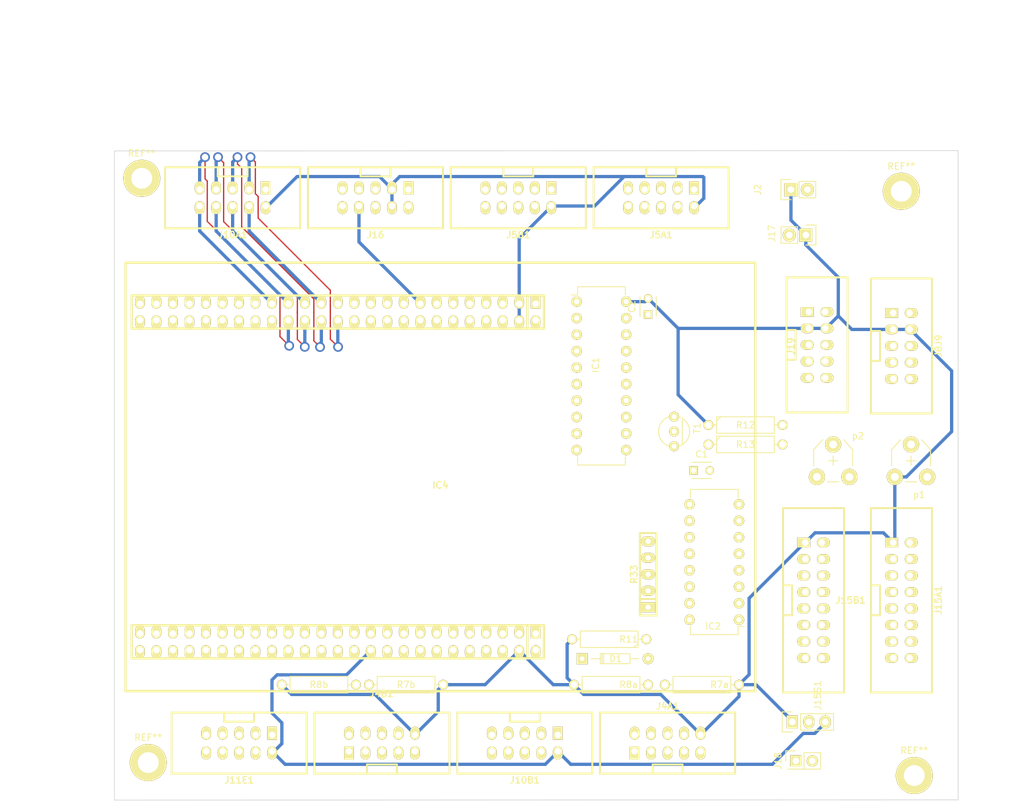
<source format=kicad_pcb>
(kicad_pcb (version 4) (host pcbnew 4.0.2-stable)

  (general
    (links 201)
    (no_connects 167)
    (area 45.749299 59.733789 145.849301 159.833791)
    (thickness 1.6)
    (drawings 9)
    (tracks 180)
    (zones 0)
    (modules 37)
    (nets 111)
  )

  (page A4 portrait)
  (layers
    (0 F.Cu signal)
    (31 B.Cu signal)
    (32 B.Adhes user)
    (33 F.Adhes user)
    (34 B.Paste user)
    (35 F.Paste user)
    (36 B.SilkS user)
    (37 F.SilkS user)
    (38 B.Mask user)
    (39 F.Mask user)
    (40 Dwgs.User user)
    (44 Edge.Cuts user)
    (47 F.CrtYd user)
    (48 B.Fab user)
    (49 F.Fab user)
  )

  (setup
    (last_trace_width 0.5)
    (user_trace_width 0.2)
    (user_trace_width 0.5)
    (trace_clearance 0.3)
    (zone_clearance 0.508)
    (zone_45_only no)
    (trace_min 0.2)
    (segment_width 0.2)
    (edge_width 0.1)
    (via_size 1.5)
    (via_drill 1)
    (via_min_size 1.5)
    (via_min_drill 1)
    (uvia_size 0.3)
    (uvia_drill 0.1)
    (uvias_allowed no)
    (uvia_min_size 0.2)
    (uvia_min_drill 0.1)
    (pcb_text_width 0.3)
    (pcb_text_size 1.5 1.5)
    (mod_edge_width 0.15)
    (mod_text_size 1 1)
    (mod_text_width 0.15)
    (pad_size 1.5 1.5)
    (pad_drill 0.6)
    (pad_to_mask_clearance 0)
    (aux_axis_origin 0 0)
    (grid_origin 50 150)
    (visible_elements 7FFFEFFF)
    (pcbplotparams
      (layerselection 0x01020_80000001)
      (usegerberextensions false)
      (excludeedgelayer true)
      (linewidth 0.100000)
      (plotframeref false)
      (viasonmask false)
      (mode 1)
      (useauxorigin false)
      (hpglpennumber 1)
      (hpglpenspeed 20)
      (hpglpendiameter 15)
      (hpglpenoverlay 2)
      (psnegative false)
      (psa4output false)
      (plotreference true)
      (plotvalue true)
      (plotinvisibletext false)
      (padsonsilk false)
      (subtractmaskfromsilk false)
      (outputformat 1)
      (mirror false)
      (drillshape 0)
      (scaleselection 1)
      (outputdirectory gerber/3/))
  )

  (net 0 "")
  (net 1 "Net-(C1-Pad1)")
  (net 2 GND)
  (net 3 +5V)
  (net 4 /PD0)
  (net 5 /PD1)
  (net 6 /PB8)
  (net 7 /PA15)
  (net 8 /PB3)
  (net 9 /PB5)
  (net 10 /PD10)
  (net 11 /PB12)
  (net 12 /PB13)
  (net 13 /PB15)
  (net 14 "Net-(IC1-Pad11)")
  (net 15 "Net-(IC1-Pad12)")
  (net 16 "Net-(IC1-Pad13)")
  (net 17 "Net-(IC1-Pad14)")
  (net 18 "Net-(IC1-Pad15)")
  (net 19 "Net-(IC1-Pad16)")
  (net 20 "Net-(IC1-Pad17)")
  (net 21 "Net-(IC1-Pad18)")
  (net 22 "Net-(IC2-Pad1)")
  (net 23 "Net-(IC2-Pad2)")
  (net 24 "Net-(IC2-Pad3)")
  (net 25 "Net-(IC2-Pad4)")
  (net 26 "Net-(IC2-Pad5)")
  (net 27 "Net-(IC2-Pad6)")
  (net 28 /PD7)
  (net 29 "Net-(IC2-Pad9)")
  (net 30 /PD6)
  (net 31 /PD3)
  (net 32 /PC11)
  (net 33 /PA8)
  (net 34 "Net-(IC2-Pad15)")
  (net 35 /PB10)
  (net 36 /PB11)
  (net 37 /PB6)
  (net 38 /PB9)
  (net 39 +3V3)
  (net 40 "Net-(J5A1-Pad3)")
  (net 41 /PC1)
  (net 42 /PC2)
  (net 43 /PA1)
  (net 44 /PA4)
  (net 45 "Net-(J5B1-Pad3)")
  (net 46 /PC4)
  (net 47 /PC5)
  (net 48 /PB0)
  (net 49 /PB1)
  (net 50 /PB14)
  (net 51 /PE8)
  (net 52 /PE9)
  (net 53 /PE10)
  (net 54 /PE11)
  (net 55 /PE12)
  (net 56 /PE13)
  (net 57 /PE14)
  (net 58 /PE15)
  (net 59 /PC13)
  (net 60 /PC14)
  (net 61 /PC15)
  (net 62 /PE2)
  (net 63 /PE4)
  (net 64 /PE5)
  (net 65 /PE6)
  (net 66 /PE7)
  (net 67 /PD9)
  (net 68 /PA3)
  (net 69 /PD2)
  (net 70 /PB7)
  (net 71 /PD8)
  (net 72 /PA2)
  (net 73 /PC12)
  (net 74 /PC6)
  (net 75 "Net-(J15A1-Pad2)")
  (net 76 /PC8)
  (net 77 "Net-(J15A1-Pad13)")
  (net 78 /PC9)
  (net 79 /PA6)
  (net 80 /PA7)
  (net 81 /PA5)
  (net 82 /PD11)
  (net 83 /PB2)
  (net 84 /PA9)
  (net 85 /PB4)
  (net 86 "Net-(R13-Pad1)")
  (net 87 "Net-(R13-Pad2)")
  (net 88 "Net-(IC4-Pad59)")
  (net 89 "Net-(IC4-Pad61)")
  (net 90 "Net-(IC4-Pad63)")
  (net 91 "Net-(IC4-Pad71)")
  (net 92 "Net-(IC4-Pad79)")
  (net 93 "Net-(IC4-Pad83)")
  (net 94 "Net-(IC4-Pad93)")
  (net 95 "Net-(IC4-Pad96)")
  (net 96 "Net-(IC4-Pad94)")
  (net 97 "Net-(IC4-Pad86)")
  (net 98 "Net-(IC4-Pad84)")
  (net 99 "Net-(IC4-Pad70)")
  (net 100 "Net-(IC4-Pad60)")
  (net 101 "Net-(IC4-Pad54)")
  (net 102 "Net-(IC4-Pad48)")
  (net 103 "Net-(IC4-Pad46)")
  (net 104 "Net-(IC4-Pad44)")
  (net 105 "Net-(IC4-Pad12)")
  (net 106 "Net-(IC4-Pad8)")
  (net 107 "Net-(IC4-Pad6)")
  (net 108 "Net-(IC4-Pad9)")
  (net 109 "Net-(IC4-Pad45)")
  (net 110 "Net-(IC4-Pad47)")

  (net_class Default "Ceci est la Netclass par défaut"
    (clearance 0.3)
    (trace_width 0.5)
    (via_dia 1.5)
    (via_drill 1)
    (uvia_dia 0.3)
    (uvia_drill 0.1)
    (add_net +3V3)
    (add_net +5V)
    (add_net /PA1)
    (add_net /PA15)
    (add_net /PA2)
    (add_net /PA3)
    (add_net /PA4)
    (add_net /PA5)
    (add_net /PA6)
    (add_net /PA7)
    (add_net /PA8)
    (add_net /PA9)
    (add_net /PB0)
    (add_net /PB1)
    (add_net /PB10)
    (add_net /PB11)
    (add_net /PB12)
    (add_net /PB13)
    (add_net /PB14)
    (add_net /PB15)
    (add_net /PB2)
    (add_net /PB3)
    (add_net /PB4)
    (add_net /PB5)
    (add_net /PB6)
    (add_net /PB7)
    (add_net /PB8)
    (add_net /PB9)
    (add_net /PC1)
    (add_net /PC11)
    (add_net /PC12)
    (add_net /PC13)
    (add_net /PC14)
    (add_net /PC15)
    (add_net /PC2)
    (add_net /PC4)
    (add_net /PC5)
    (add_net /PC6)
    (add_net /PC8)
    (add_net /PC9)
    (add_net /PD0)
    (add_net /PD1)
    (add_net /PD10)
    (add_net /PD11)
    (add_net /PD2)
    (add_net /PD3)
    (add_net /PD6)
    (add_net /PD7)
    (add_net /PD8)
    (add_net /PD9)
    (add_net /PE10)
    (add_net /PE11)
    (add_net /PE12)
    (add_net /PE13)
    (add_net /PE14)
    (add_net /PE15)
    (add_net /PE2)
    (add_net /PE4)
    (add_net /PE5)
    (add_net /PE6)
    (add_net /PE7)
    (add_net /PE8)
    (add_net /PE9)
    (add_net GND)
    (add_net "Net-(C1-Pad1)")
    (add_net "Net-(IC1-Pad11)")
    (add_net "Net-(IC1-Pad12)")
    (add_net "Net-(IC1-Pad13)")
    (add_net "Net-(IC1-Pad14)")
    (add_net "Net-(IC1-Pad15)")
    (add_net "Net-(IC1-Pad16)")
    (add_net "Net-(IC1-Pad17)")
    (add_net "Net-(IC1-Pad18)")
    (add_net "Net-(IC2-Pad1)")
    (add_net "Net-(IC2-Pad15)")
    (add_net "Net-(IC2-Pad2)")
    (add_net "Net-(IC2-Pad3)")
    (add_net "Net-(IC2-Pad4)")
    (add_net "Net-(IC2-Pad5)")
    (add_net "Net-(IC2-Pad6)")
    (add_net "Net-(IC2-Pad9)")
    (add_net "Net-(IC4-Pad12)")
    (add_net "Net-(IC4-Pad44)")
    (add_net "Net-(IC4-Pad45)")
    (add_net "Net-(IC4-Pad46)")
    (add_net "Net-(IC4-Pad47)")
    (add_net "Net-(IC4-Pad48)")
    (add_net "Net-(IC4-Pad54)")
    (add_net "Net-(IC4-Pad59)")
    (add_net "Net-(IC4-Pad6)")
    (add_net "Net-(IC4-Pad60)")
    (add_net "Net-(IC4-Pad61)")
    (add_net "Net-(IC4-Pad63)")
    (add_net "Net-(IC4-Pad70)")
    (add_net "Net-(IC4-Pad71)")
    (add_net "Net-(IC4-Pad79)")
    (add_net "Net-(IC4-Pad8)")
    (add_net "Net-(IC4-Pad83)")
    (add_net "Net-(IC4-Pad84)")
    (add_net "Net-(IC4-Pad86)")
    (add_net "Net-(IC4-Pad9)")
    (add_net "Net-(IC4-Pad93)")
    (add_net "Net-(IC4-Pad94)")
    (add_net "Net-(IC4-Pad96)")
    (add_net "Net-(J15A1-Pad13)")
    (add_net "Net-(J15A1-Pad2)")
    (add_net "Net-(J5A1-Pad3)")
    (add_net "Net-(J5B1-Pad3)")
    (add_net "Net-(R13-Pad1)")
    (add_net "Net-(R13-Pad2)")
  )

  (net_class 0.2 ""
    (clearance 0)
    (trace_width 0.2)
    (via_dia 1.5)
    (via_drill 1)
    (uvia_dia 0.3)
    (uvia_drill 0.1)
  )

  (module w_conn_misc:stm32f4_discovery_header (layer F.Cu) (tedit 57AC2B6D) (tstamp 5775A5DA)
    (at 100.25 100.26)
    (descr "STM32 F4 Discovery Header")
    (tags "STM32F4 Discovery")
    (path /5773FD6F)
    (fp_text reference IC4 (at 0 1.27) (layer F.SilkS)
      (effects (font (size 1.016 1.016) (thickness 0.2032)))
    )
    (fp_text value STM32F4_Discovery_Header (at 0 -1.27) (layer F.SilkS) hide
      (effects (font (size 1.016 0.889) (thickness 0.2032)))
    )
    (fp_line (start -47.55 22.86) (end 15.95 22.86) (layer F.SilkS) (width 0.381))
    (fp_line (start 15.95 22.86) (end 15.95 27.94) (layer F.SilkS) (width 0.381))
    (fp_line (start -47.55 22.86) (end -47.55 27.94) (layer F.SilkS) (width 0.381))
    (fp_line (start -47.55 27.94) (end 15.95 27.94) (layer F.SilkS) (width 0.381))
    (fp_line (start 13.3985 22.86) (end 13.3985 27.94) (layer F.SilkS) (width 0.381))
    (fp_line (start 13.3985 -27.94) (end 13.3985 -22.86) (layer F.SilkS) (width 0.381))
    (fp_line (start -47.55 -22.86) (end 15.95 -22.86) (layer F.SilkS) (width 0.381))
    (fp_line (start 48.5 -33) (end -48.5 -33) (layer F.SilkS) (width 0.381))
    (fp_line (start -48.5 33) (end 48.5 33) (layer F.SilkS) (width 0.381))
    (fp_line (start 48.5 33) (end 48.5 -33) (layer F.SilkS) (width 0.381))
    (fp_line (start -48.5 33) (end -48.5 -33) (layer F.SilkS) (width 0.381))
    (fp_line (start -47.55 -27.94) (end -47.55 -22.86) (layer F.SilkS) (width 0.381))
    (fp_line (start 15.95 -27.94) (end 15.95 -22.86) (layer F.SilkS) (width 0.381))
    (fp_line (start -47.55 -27.94) (end 15.95 -27.94) (layer F.SilkS) (width 0.381))
    (pad 51 thru_hole oval (at -46.28 24.13) (size 1.5 2) (drill 0.99822 (offset 0 -0.25)) (layers *.Cu *.Mask F.SilkS)
      (net 2 GND))
    (pad 53 thru_hole oval (at -43.74 24.13) (size 1.5 2) (drill 0.99822 (offset 0 -0.25)) (layers *.Cu *.Mask F.SilkS)
      (net 74 /PC6))
    (pad 55 thru_hole oval (at -41.2 24.13) (size 1.5 2) (drill 0.99822 (offset 0 -0.25)) (layers *.Cu *.Mask F.SilkS)
      (net 76 /PC8))
    (pad 57 thru_hole oval (at -38.66 24.13) (size 1.5 2) (drill 0.99822 (offset 0 -0.25)) (layers *.Cu *.Mask F.SilkS)
      (net 33 /PA8))
    (pad 59 thru_hole oval (at -36.12 24.13) (size 1.5 2) (drill 0.99822 (offset 0 -0.25)) (layers *.Cu *.Mask F.SilkS)
      (net 88 "Net-(IC4-Pad59)"))
    (pad 61 thru_hole oval (at -33.58 24.13) (size 1.5 2) (drill 0.99822 (offset 0 -0.25)) (layers *.Cu *.Mask F.SilkS)
      (net 89 "Net-(IC4-Pad61)"))
    (pad 63 thru_hole oval (at -31.04 24.13) (size 1.5 2) (drill 0.99822 (offset 0 -0.25)) (layers *.Cu *.Mask F.SilkS)
      (net 90 "Net-(IC4-Pad63)"))
    (pad 65 thru_hole oval (at -28.5 24.13) (size 1.5 2) (drill 0.99822 (offset 0 -0.25)) (layers *.Cu *.Mask F.SilkS)
      (net 73 /PC12))
    (pad 67 thru_hole oval (at -25.96 24.13) (size 1.5 2) (drill 0.99822 (offset 0 -0.25)) (layers *.Cu *.Mask F.SilkS)
      (net 5 /PD1))
    (pad 69 thru_hole oval (at -23.42 24.13) (size 1.5 2) (drill 0.99822 (offset 0 -0.25)) (layers *.Cu *.Mask F.SilkS)
      (net 31 /PD3))
    (pad 71 thru_hole oval (at -20.88 24.13) (size 1.5 2) (drill 0.99822 (offset 0 -0.25)) (layers *.Cu *.Mask F.SilkS)
      (net 91 "Net-(IC4-Pad71)"))
    (pad 73 thru_hole oval (at -18.34 24.13) (size 1.5 2) (drill 0.99822 (offset 0 -0.25)) (layers *.Cu *.Mask F.SilkS)
      (net 28 /PD7))
    (pad 75 thru_hole oval (at -15.8 24.13) (size 1.5 2) (drill 0.99822 (offset 0 -0.25)) (layers *.Cu *.Mask F.SilkS)
      (net 85 /PB4))
    (pad 77 thru_hole oval (at -13.26 24.13) (size 1.5 2) (drill 0.99822 (offset 0 -0.25)) (layers *.Cu *.Mask F.SilkS)
      (net 37 /PB6))
    (pad 79 thru_hole oval (at -10.72 24.13) (size 1.5 2) (drill 0.99822 (offset 0 -0.25)) (layers *.Cu *.Mask F.SilkS)
      (net 92 "Net-(IC4-Pad79)"))
    (pad 81 thru_hole oval (at -8.18 24.13) (size 1.5 2) (drill 0.99822 (offset 0 -0.25)) (layers *.Cu *.Mask F.SilkS)
      (net 6 /PB8))
    (pad 83 thru_hole oval (at -5.64 24.13) (size 1.5 2) (drill 0.99822 (offset 0 -0.25)) (layers *.Cu *.Mask F.SilkS)
      (net 93 "Net-(IC4-Pad83)"))
    (pad 85 thru_hole oval (at -3.1 24.13) (size 1.5 2) (drill 0.99822 (offset 0 -0.25)) (layers *.Cu *.Mask F.SilkS)
      (net 62 /PE2))
    (pad 87 thru_hole oval (at -0.56 24.13) (size 1.5 2) (drill 0.99822 (offset 0 -0.25)) (layers *.Cu *.Mask F.SilkS)
      (net 63 /PE4))
    (pad 89 thru_hole oval (at 1.98 24.13) (size 1.5 2) (drill 0.99822 (offset 0 -0.25)) (layers *.Cu *.Mask F.SilkS)
      (net 65 /PE6))
    (pad 91 thru_hole oval (at 4.52 24.13) (size 1.5 2) (drill 0.99822 (offset 0 -0.25)) (layers *.Cu *.Mask F.SilkS)
      (net 60 /PC14))
    (pad 93 thru_hole oval (at 7.06 24.13) (size 1.5 2) (drill 0.99822 (offset 0 -0.25)) (layers *.Cu *.Mask F.SilkS)
      (net 94 "Net-(IC4-Pad93)"))
    (pad 95 thru_hole oval (at 9.6 24.13) (size 1.5 2) (drill 0.99822 (offset 0 -0.25)) (layers *.Cu *.Mask F.SilkS)
      (net 39 +3V3))
    (pad 97 thru_hole oval (at 12.14 24.13) (size 1.5 2) (drill 0.99822 (offset 0 -0.25)) (layers *.Cu *.Mask F.SilkS)
      (net 3 +5V))
    (pad 99 thru_hole rect (at 14.68 24.13) (size 1.5 2) (drill 1.00076 (offset 0 -0.25)) (layers *.Cu *.Mask F.SilkS)
      (net 2 GND))
    (pad 100 thru_hole oval (at 14.68 26.67) (size 1.5 2) (drill 1.00076 (offset 0 0.25)) (layers *.Cu *.Mask F.SilkS)
      (net 2 GND))
    (pad 98 thru_hole oval (at 12.14 26.67) (size 1.5 2) (drill 1.00076 (offset 0 0.25)) (layers *.Cu *.Mask F.SilkS)
      (net 3 +5V))
    (pad 96 thru_hole oval (at 9.6 26.67) (size 1.5 2) (drill 1.00076 (offset 0 0.25)) (layers *.Cu *.Mask F.SilkS)
      (net 95 "Net-(IC4-Pad96)"))
    (pad 94 thru_hole oval (at 7.06 26.67) (size 1.5 2) (drill 1.00076 (offset 0 0.25)) (layers *.Cu *.Mask F.SilkS)
      (net 96 "Net-(IC4-Pad94)"))
    (pad 92 thru_hole oval (at 4.52 26.67) (size 1.5 2) (drill 1.00076 (offset 0 0.25)) (layers *.Cu *.Mask F.SilkS)
      (net 61 /PC15))
    (pad 90 thru_hole oval (at 1.98 26.67) (size 1.5 2) (drill 1.00076 (offset 0 0.25)) (layers *.Cu *.Mask F.SilkS)
      (net 59 /PC13))
    (pad 88 thru_hole oval (at -0.56 26.67) (size 1.5 2) (drill 1.00076 (offset 0 0.25)) (layers *.Cu *.Mask F.SilkS)
      (net 64 /PE5))
    (pad 86 thru_hole oval (at -3.1 26.67) (size 1.5 2) (drill 1.00076 (offset 0 0.25)) (layers *.Cu *.Mask F.SilkS)
      (net 97 "Net-(IC4-Pad86)"))
    (pad 84 thru_hole oval (at -5.64 26.67) (size 1.5 2) (drill 1.00076 (offset 0 0.25)) (layers *.Cu *.Mask F.SilkS)
      (net 98 "Net-(IC4-Pad84)"))
    (pad 82 thru_hole oval (at -8.18 26.67) (size 1.5 2) (drill 1.00076 (offset 0 0.25)) (layers *.Cu *.Mask F.SilkS)
      (net 38 /PB9))
    (pad 80 thru_hole oval (at -10.72 26.67) (size 1.5 2) (drill 1.00076 (offset 0 0.25)) (layers *.Cu *.Mask F.SilkS)
      (net 39 +3V3))
    (pad 78 thru_hole oval (at -13.26 26.67) (size 1.5 2) (drill 1.00076 (offset 0 0.25)) (layers *.Cu *.Mask F.SilkS)
      (net 70 /PB7))
    (pad 76 thru_hole oval (at -15.8 26.67) (size 1.5 2) (drill 1.00076 (offset 0 0.25)) (layers *.Cu *.Mask F.SilkS)
      (net 9 /PB5))
    (pad 74 thru_hole oval (at -18.34 26.67) (size 1.5 2) (drill 1.00076 (offset 0 0.25)) (layers *.Cu *.Mask F.SilkS)
      (net 8 /PB3))
    (pad 72 thru_hole oval (at -20.88 26.67) (size 1.5 2) (drill 1.00076 (offset 0 0.25)) (layers *.Cu *.Mask F.SilkS)
      (net 30 /PD6))
    (pad 70 thru_hole oval (at -23.42 26.67) (size 1.5 2) (drill 1.00076 (offset 0 0.25)) (layers *.Cu *.Mask F.SilkS)
      (net 99 "Net-(IC4-Pad70)"))
    (pad 68 thru_hole oval (at -25.96 26.67) (size 1.5 2) (drill 1.00076 (offset 0 0.25)) (layers *.Cu *.Mask F.SilkS)
      (net 69 /PD2))
    (pad 66 thru_hole oval (at -28.5 26.67) (size 1.5 2) (drill 1.00076 (offset 0 0.25)) (layers *.Cu *.Mask F.SilkS)
      (net 4 /PD0))
    (pad 64 thru_hole oval (at -31.04 26.67) (size 1.5 2) (drill 1.00076 (offset 0 0.25)) (layers *.Cu *.Mask F.SilkS)
      (net 32 /PC11))
    (pad 62 thru_hole oval (at -33.58 26.67) (size 1.5 2) (drill 1.00076 (offset 0 0.25)) (layers *.Cu *.Mask F.SilkS)
      (net 7 /PA15))
    (pad 60 thru_hole oval (at -36.12 26.67) (size 1.5 2) (drill 1.00076 (offset 0 0.25)) (layers *.Cu *.Mask F.SilkS)
      (net 100 "Net-(IC4-Pad60)"))
    (pad 58 thru_hole oval (at -38.66 26.67) (size 1.5 2) (drill 1.00076 (offset 0 0.25)) (layers *.Cu *.Mask F.SilkS)
      (net 84 /PA9))
    (pad 56 thru_hole oval (at -41.2 26.67) (size 1.5 2) (drill 1.00076 (offset 0 0.25)) (layers *.Cu *.Mask F.SilkS)
      (net 78 /PC9))
    (pad 54 thru_hole oval (at -43.74 26.67) (size 1.5 2) (drill 1.00076 (offset 0 0.25)) (layers *.Cu *.Mask F.SilkS)
      (net 101 "Net-(IC4-Pad54)"))
    (pad 52 thru_hole oval (at -46.28 26.67) (size 1.5 2) (drill 1.00076 (offset 0 0.25)) (layers *.Cu *.Mask F.SilkS)
      (net 2 GND))
    (pad 50 thru_hole oval (at -46.28 -24.13) (size 1.5 2) (drill 1.00076 (offset 0 0.25)) (layers *.Cu *.Mask F.SilkS)
      (net 2 GND))
    (pad 48 thru_hole oval (at -43.74 -24.13) (size 1.5 2) (drill 1.00076 (offset 0 0.25)) (layers *.Cu *.Mask F.SilkS)
      (net 102 "Net-(IC4-Pad48)"))
    (pad 46 thru_hole oval (at -41.2 -24.13) (size 1.5 2) (drill 1.00076 (offset 0 0.25)) (layers *.Cu *.Mask F.SilkS)
      (net 103 "Net-(IC4-Pad46)"))
    (pad 44 thru_hole oval (at -38.66 -24.13) (size 1.5 2) (drill 1.00076 (offset 0 0.25)) (layers *.Cu *.Mask F.SilkS)
      (net 104 "Net-(IC4-Pad44)"))
    (pad 42 thru_hole oval (at -36.12 -24.13) (size 1.5 2) (drill 1.00076 (offset 0 0.25)) (layers *.Cu *.Mask F.SilkS)
      (net 10 /PD10))
    (pad 40 thru_hole oval (at -33.58 -24.13) (size 1.5 2) (drill 1.00076 (offset 0 0.25)) (layers *.Cu *.Mask F.SilkS)
      (net 71 /PD8))
    (pad 38 thru_hole oval (at -31.04 -24.13) (size 1.5 2) (drill 1.00076 (offset 0 0.25)) (layers *.Cu *.Mask F.SilkS)
      (net 50 /PB14))
    (pad 36 thru_hole oval (at -28.5 -24.13) (size 1.5 2) (drill 1.00076 (offset 0 0.25)) (layers *.Cu *.Mask F.SilkS)
      (net 11 /PB12))
    (pad 34 thru_hole oval (at -25.96 -24.13) (size 1.5 2) (drill 1.00076 (offset 0 0.25)) (layers *.Cu *.Mask F.SilkS)
      (net 35 /PB10))
    (pad 32 thru_hole oval (at -23.42 -24.13) (size 1.5 2) (drill 1.00076 (offset 0 0.25)) (layers *.Cu *.Mask F.SilkS)
      (net 57 /PE14))
    (pad 30 thru_hole oval (at -20.88 -24.13) (size 1.5 2) (drill 1.00076 (offset 0 0.25)) (layers *.Cu *.Mask F.SilkS)
      (net 55 /PE12))
    (pad 28 thru_hole oval (at -18.34 -24.13) (size 1.5 2) (drill 1.00076 (offset 0 0.25)) (layers *.Cu *.Mask F.SilkS)
      (net 53 /PE10))
    (pad 26 thru_hole oval (at -15.8 -24.13) (size 1.5 2) (drill 1.00076 (offset 0 0.25)) (layers *.Cu *.Mask F.SilkS)
      (net 51 /PE8))
    (pad 24 thru_hole oval (at -13.26 -24.13) (size 1.5 2) (drill 1.00076 (offset 0 0.25)) (layers *.Cu *.Mask F.SilkS)
      (net 83 /PB2))
    (pad 22 thru_hole oval (at -10.72 -24.13) (size 1.5 2) (drill 1.00076 (offset 0 0.25)) (layers *.Cu *.Mask F.SilkS)
      (net 48 /PB0))
    (pad 20 thru_hole oval (at -8.18 -24.13) (size 1.5 2) (drill 1.00076 (offset 0 0.25)) (layers *.Cu *.Mask F.SilkS)
      (net 46 /PC4))
    (pad 18 thru_hole oval (at -5.64 -24.13) (size 1.5 2) (drill 1.00076 (offset 0 0.25)) (layers *.Cu *.Mask F.SilkS)
      (net 79 /PA6))
    (pad 16 thru_hole oval (at -3.1 -24.13) (size 1.5 2) (drill 1.00076 (offset 0 0.25)) (layers *.Cu *.Mask F.SilkS)
      (net 44 /PA4))
    (pad 14 thru_hole oval (at -0.56 -24.13) (size 1.5 2) (drill 1.00076 (offset 0 0.25)) (layers *.Cu *.Mask F.SilkS)
      (net 72 /PA2))
    (pad 12 thru_hole oval (at 1.98 -24.13) (size 1.5 2) (drill 1.00076 (offset 0 0.25)) (layers *.Cu *.Mask F.SilkS)
      (net 105 "Net-(IC4-Pad12)"))
    (pad 10 thru_hole oval (at 4.52 -24.13) (size 1.5 2) (drill 1.00076 (offset 0 0.25)) (layers *.Cu *.Mask F.SilkS)
      (net 42 /PC2))
    (pad 8 thru_hole oval (at 7.06 -24.13) (size 1.5 2) (drill 1.00076 (offset 0 0.25)) (layers *.Cu *.Mask F.SilkS)
      (net 106 "Net-(IC4-Pad8)"))
    (pad 6 thru_hole oval (at 9.6 -24.13) (size 1.5 2) (drill 1.00076 (offset 0 0.25)) (layers *.Cu *.Mask F.SilkS)
      (net 107 "Net-(IC4-Pad6)"))
    (pad 4 thru_hole oval (at 12.14 -24.13) (size 1.5 2) (drill 1.00076 (offset 0 0.25)) (layers *.Cu *.Mask F.SilkS)
      (net 39 +3V3))
    (pad 2 thru_hole oval (at 14.68 -24.13) (size 1.5 2) (drill 1.00076 (offset 0 0.25)) (layers *.Cu *.Mask F.SilkS)
      (net 2 GND))
    (pad 1 thru_hole rect (at 14.68 -26.67) (size 1.5 2) (drill 1.00076 (offset 0 -0.25)) (layers *.Cu *.Mask F.SilkS)
      (net 2 GND))
    (pad 3 thru_hole oval (at 12.14 -26.67) (size 1.5 2) (drill 0.99822 (offset 0 -0.25)) (layers *.Cu *.Mask F.SilkS)
      (net 39 +3V3))
    (pad 5 thru_hole oval (at 9.6 -26.67) (size 1.5 2) (drill 0.99822 (offset 0 -0.25)) (layers *.Cu *.Mask F.SilkS)
      (net 2 GND))
    (pad 7 thru_hole oval (at 7.06 -26.67) (size 1.5 2) (drill 0.99822 (offset 0 -0.25)) (layers *.Cu *.Mask F.SilkS)
      (net 41 /PC1))
    (pad 9 thru_hole oval (at 4.52 -26.67) (size 1.5 2) (drill 0.99822 (offset 0 -0.25)) (layers *.Cu *.Mask F.SilkS)
      (net 108 "Net-(IC4-Pad9)"))
    (pad 11 thru_hole oval (at 1.98 -26.67) (size 1.5 2) (drill 0.99822 (offset 0 -0.25)) (layers *.Cu *.Mask F.SilkS)
      (net 43 /PA1))
    (pad 13 thru_hole oval (at -0.56 -26.67) (size 1.5 2) (drill 0.99822 (offset 0 -0.25)) (layers *.Cu *.Mask F.SilkS)
      (net 68 /PA3))
    (pad 15 thru_hole oval (at -3.1 -26.67) (size 1.5 2) (drill 0.99822 (offset 0 -0.25)) (layers *.Cu *.Mask F.SilkS)
      (net 81 /PA5))
    (pad 17 thru_hole oval (at -5.64 -26.67) (size 1.5 2) (drill 0.99822 (offset 0 -0.25)) (layers *.Cu *.Mask F.SilkS)
      (net 80 /PA7))
    (pad 19 thru_hole oval (at -8.18 -26.67) (size 1.5 2) (drill 0.99822 (offset 0 -0.25)) (layers *.Cu *.Mask F.SilkS)
      (net 47 /PC5))
    (pad 21 thru_hole oval (at -10.72 -26.67) (size 1.5 2) (drill 0.99822 (offset 0 -0.25)) (layers *.Cu *.Mask F.SilkS)
      (net 49 /PB1))
    (pad 23 thru_hole oval (at -13.26 -26.67) (size 1.5 2) (drill 0.99822 (offset 0 -0.25)) (layers *.Cu *.Mask F.SilkS)
      (net 2 GND))
    (pad 25 thru_hole oval (at -15.8 -26.67) (size 1.5 2) (drill 0.99822 (offset 0 -0.25)) (layers *.Cu *.Mask F.SilkS)
      (net 66 /PE7))
    (pad 27 thru_hole oval (at -18.34 -26.67) (size 1.5 2) (drill 0.99822 (offset 0 -0.25)) (layers *.Cu *.Mask F.SilkS)
      (net 52 /PE9))
    (pad 29 thru_hole oval (at -20.88 -26.67) (size 1.5 2) (drill 0.99822 (offset 0 -0.25)) (layers *.Cu *.Mask F.SilkS)
      (net 54 /PE11))
    (pad 31 thru_hole oval (at -23.42 -26.67) (size 1.5 2) (drill 0.99822 (offset 0 -0.25)) (layers *.Cu *.Mask F.SilkS)
      (net 56 /PE13))
    (pad 33 thru_hole oval (at -25.96 -26.67) (size 1.5 2) (drill 0.99822 (offset 0 -0.25)) (layers *.Cu *.Mask F.SilkS)
      (net 58 /PE15))
    (pad 35 thru_hole oval (at -28.5 -26.67) (size 1.5 2) (drill 0.99822 (offset 0 -0.25)) (layers *.Cu *.Mask F.SilkS)
      (net 36 /PB11))
    (pad 37 thru_hole oval (at -31.04 -26.67) (size 1.5 2) (drill 0.99822 (offset 0 -0.25)) (layers *.Cu *.Mask F.SilkS)
      (net 12 /PB13))
    (pad 39 thru_hole oval (at -33.58 -26.67) (size 1.5 2) (drill 0.99822 (offset 0 -0.25)) (layers *.Cu *.Mask F.SilkS)
      (net 13 /PB15))
    (pad 41 thru_hole oval (at -36.12 -26.67) (size 1.5 2) (drill 0.99822 (offset 0 -0.25)) (layers *.Cu *.Mask F.SilkS)
      (net 67 /PD9))
    (pad 43 thru_hole oval (at -38.66 -26.67) (size 1.5 2) (drill 0.99822 (offset 0 -0.25)) (layers *.Cu *.Mask F.SilkS)
      (net 82 /PD11))
    (pad 45 thru_hole oval (at -41.2 -26.67) (size 1.5 2) (drill 0.99822 (offset 0 -0.25)) (layers *.Cu *.Mask F.SilkS)
      (net 109 "Net-(IC4-Pad45)"))
    (pad 47 thru_hole oval (at -43.74 -26.67) (size 1.5 2) (drill 0.99822 (offset 0 -0.25)) (layers *.Cu *.Mask F.SilkS)
      (net 110 "Net-(IC4-Pad47)"))
    (pad 49 thru_hole oval (at -46.28 -26.67) (size 1.5 2) (drill 0.99822 (offset 0 -0.25)) (layers *.Cu *.Mask F.SilkS)
      (net 2 GND))
    (model walter/conn_misc/stm32f4_discovery_header.wrl
      (at (xyz 0 0 0))
      (scale (xyz 1 1 1))
      (rotate (xyz 0 0 0))
    )
  )

  (module w_conn_strip:vasch_strip_5x2 (layer F.Cu) (tedit 53DE0503) (tstamp 57759719)
    (at 90.25 57.26 180)
    (descr "Box header 5x2pin 2.54mm")
    (tags "CONN DEV")
    (path /5774DD4B)
    (fp_text reference J16 (at 0 -5.7 180) (layer F.SilkS)
      (effects (font (size 1 1) (thickness 0.2032)))
    )
    (fp_text value CONN_02X05 (at 0 5.7 180) (layer F.SilkS) hide
      (effects (font (size 1 1) (thickness 0.2032)))
    )
    (fp_line (start -10.4 4.7) (end 10.4 4.7) (layer F.SilkS) (width 0.3048))
    (fp_line (start 10.4 -4.7) (end -10.4 -4.7) (layer F.SilkS) (width 0.3048))
    (fp_line (start -10.4 -4.7) (end -10.4 4.7) (layer F.SilkS) (width 0.3048))
    (fp_line (start 10.4 -4.7) (end 10.4 4.7) (layer F.SilkS) (width 0.3048))
    (fp_line (start 2.3 4.7) (end 2.3 3.3) (layer F.SilkS) (width 0.29972))
    (fp_line (start 2.3 3.3) (end -2.3 3.3) (layer F.SilkS) (width 0.29972))
    (fp_line (start -2.3 3.3) (end -2.3 4.7) (layer F.SilkS) (width 0.29972))
    (pad 9 thru_hole oval (at 5.08 1.27 180) (size 1.5 2) (drill 1 (offset 0 0.25)) (layers *.Cu *.Mask F.SilkS)
      (net 82 /PD11))
    (pad 10 thru_hole oval (at 5.08 -1.27 180) (size 1.5 2) (drill 1 (offset 0 -0.25)) (layers *.Cu *.Mask F.SilkS)
      (net 83 /PB2))
    (pad 8 thru_hole oval (at 2.54 -1.27 180) (size 1.5 2) (drill 1 (offset 0 -0.25)) (layers *.Cu *.Mask F.SilkS)
      (net 81 /PA5))
    (pad 7 thru_hole oval (at 2.54 1.27 180) (size 1.5 2) (drill 1 (offset 0 0.25)) (layers *.Cu *.Mask F.SilkS)
      (net 81 /PA5))
    (pad 1 thru_hole rect (at -5.08 1.27 180) (size 1.5 2) (drill 1 (offset 0 0.25)) (layers *.Cu *.Mask F.SilkS)
      (net 2 GND))
    (pad 2 thru_hole oval (at -5.08 -1.27 180) (size 1.5 2) (drill 1 (offset 0 -0.25)) (layers *.Cu *.Mask F.SilkS)
      (net 2 GND))
    (pad 3 thru_hole oval (at -2.54 1.27 180) (size 1.5 2) (drill 1 (offset 0 0.25)) (layers *.Cu *.Mask F.SilkS)
      (net 39 +3V3))
    (pad 4 thru_hole oval (at -2.54 -1.27 180) (size 1.5 2) (drill 1 (offset 0 -0.25)) (layers *.Cu *.Mask F.SilkS)
      (net 39 +3V3))
    (pad 5 thru_hole oval (at 0 1.27 180) (size 1.5 2) (drill 1 (offset 0 0.25)) (layers *.Cu *.Mask F.SilkS)
      (net 79 /PA6))
    (pad 6 thru_hole oval (at 0 -1.27 180) (size 1.5 2) (drill 1 (offset 0 -0.25)) (layers *.Cu *.Mask F.SilkS)
      (net 80 /PA7))
    (model walter/conn_strip/vasch_strip_5x2.wrl
      (at (xyz 0 0 0))
      (scale (xyz 1 1 1))
      (rotate (xyz 0 0 0))
    )
  )

  (module Mounting_Holes:MountingHole_3.2mm_M3_ISO7380_Pad (layer F.Cu) (tedit 56D1B4CB) (tstamp 5789E31E)
    (at 55.25 144.26)
    (descr "Mounting Hole 3.2mm, M3, ISO7380")
    (tags "mounting hole 3.2mm m3 iso7380")
    (fp_text reference REF** (at 0 -3.85) (layer F.SilkS)
      (effects (font (size 1 1) (thickness 0.15)))
    )
    (fp_text value MountingHole_3mm (at 0 3.85) (layer F.Fab)
      (effects (font (size 1 1) (thickness 0.15)))
    )
    (fp_circle (center 0 0) (end 2.85 0) (layer Cmts.User) (width 0.15))
    (fp_circle (center 0 0) (end 3.1 0) (layer F.CrtYd) (width 0.05))
    (pad 1 thru_hole circle (at 0 0) (size 5.7 5.7) (drill 3.2) (layers *.Cu *.Mask F.SilkS))
  )

  (module Housings_DIP:DIP-16_W7.62mm (layer F.Cu) (tedit 54130A77) (tstamp 57759666)
    (at 146.25 122.26 180)
    (descr "16-lead dip package, row spacing 7.62 mm (300 mils)")
    (tags "dil dip 2.54 300")
    (path /57741F17)
    (fp_text reference IC2 (at 4 -1 180) (layer F.SilkS)
      (effects (font (size 1 1) (thickness 0.15)))
    )
    (fp_text value 74HC595 (at 3 -3 180) (layer F.Fab)
      (effects (font (size 1 1) (thickness 0.15)))
    )
    (fp_line (start -1.05 -2.45) (end -1.05 20.25) (layer F.CrtYd) (width 0.05))
    (fp_line (start 8.65 -2.45) (end 8.65 20.25) (layer F.CrtYd) (width 0.05))
    (fp_line (start -1.05 -2.45) (end 8.65 -2.45) (layer F.CrtYd) (width 0.05))
    (fp_line (start -1.05 20.25) (end 8.65 20.25) (layer F.CrtYd) (width 0.05))
    (fp_line (start 0.135 -2.295) (end 0.135 -1.025) (layer F.SilkS) (width 0.15))
    (fp_line (start 7.485 -2.295) (end 7.485 -1.025) (layer F.SilkS) (width 0.15))
    (fp_line (start 7.485 20.075) (end 7.485 18.805) (layer F.SilkS) (width 0.15))
    (fp_line (start 0.135 20.075) (end 0.135 18.805) (layer F.SilkS) (width 0.15))
    (fp_line (start 0.135 -2.295) (end 7.485 -2.295) (layer F.SilkS) (width 0.15))
    (fp_line (start 0.135 20.075) (end 7.485 20.075) (layer F.SilkS) (width 0.15))
    (fp_line (start 0.135 -1.025) (end -0.8 -1.025) (layer F.SilkS) (width 0.15))
    (pad 1 thru_hole oval (at 0 0 180) (size 1.6 1.6) (drill 0.8) (layers *.Cu *.Mask F.SilkS)
      (net 22 "Net-(IC2-Pad1)"))
    (pad 2 thru_hole oval (at 0 2.54 180) (size 1.6 1.6) (drill 0.8) (layers *.Cu *.Mask F.SilkS)
      (net 23 "Net-(IC2-Pad2)"))
    (pad 3 thru_hole oval (at 0 5.08 180) (size 1.6 1.6) (drill 0.8) (layers *.Cu *.Mask F.SilkS)
      (net 24 "Net-(IC2-Pad3)"))
    (pad 4 thru_hole oval (at 0 7.62 180) (size 1.6 1.6) (drill 0.8) (layers *.Cu *.Mask F.SilkS)
      (net 25 "Net-(IC2-Pad4)"))
    (pad 5 thru_hole oval (at 0 10.16 180) (size 1.6 1.6) (drill 0.8) (layers *.Cu *.Mask F.SilkS)
      (net 26 "Net-(IC2-Pad5)"))
    (pad 6 thru_hole oval (at 0 12.7 180) (size 1.6 1.6) (drill 0.8) (layers *.Cu *.Mask F.SilkS)
      (net 27 "Net-(IC2-Pad6)"))
    (pad 7 thru_hole oval (at 0 15.24 180) (size 1.6 1.6) (drill 0.8) (layers *.Cu *.Mask F.SilkS)
      (net 28 /PD7))
    (pad 8 thru_hole oval (at 0 17.78 180) (size 1.6 1.6) (drill 0.8) (layers *.Cu *.Mask F.SilkS)
      (net 2 GND))
    (pad 9 thru_hole oval (at 7.62 17.78 180) (size 1.6 1.6) (drill 0.8) (layers *.Cu *.Mask F.SilkS)
      (net 29 "Net-(IC2-Pad9)"))
    (pad 10 thru_hole oval (at 7.62 15.24 180) (size 1.6 1.6) (drill 0.8) (layers *.Cu *.Mask F.SilkS)
      (net 1 "Net-(C1-Pad1)"))
    (pad 11 thru_hole oval (at 7.62 12.7 180) (size 1.6 1.6) (drill 0.8) (layers *.Cu *.Mask F.SilkS)
      (net 30 /PD6))
    (pad 12 thru_hole oval (at 7.62 10.16 180) (size 1.6 1.6) (drill 0.8) (layers *.Cu *.Mask F.SilkS)
      (net 31 /PD3))
    (pad 13 thru_hole oval (at 7.62 7.62 180) (size 1.6 1.6) (drill 0.8) (layers *.Cu *.Mask F.SilkS)
      (net 32 /PC11))
    (pad 14 thru_hole oval (at 7.62 5.08 180) (size 1.6 1.6) (drill 0.8) (layers *.Cu *.Mask F.SilkS)
      (net 33 /PA8))
    (pad 15 thru_hole oval (at 7.62 2.54 180) (size 1.6 1.6) (drill 0.8) (layers *.Cu *.Mask F.SilkS)
      (net 34 "Net-(IC2-Pad15)"))
    (pad 16 thru_hole oval (at 7.62 0 180) (size 1.6 1.6) (drill 0.8) (layers *.Cu *.Mask F.SilkS)
      (net 1 "Net-(C1-Pad1)"))
    (model Housings_DIP.3dshapes/DIP-16_W7.62mm.wrl
      (at (xyz 0 0 0))
      (scale (xyz 1 1 1))
      (rotate (xyz 0 0 0))
    )
  )

  (module Housings_DIP:DIP-20_W7.62mm (layer F.Cu) (tedit 54130A77) (tstamp 57759652)
    (at 121.25 73.26)
    (descr "20-lead dip package, row spacing 7.62 mm (300 mils)")
    (tags "dil dip 2.54 300")
    (path /5773F62A)
    (fp_text reference IC1 (at 2.92 9.76 90) (layer F.SilkS)
      (effects (font (size 1 1) (thickness 0.15)))
    )
    (fp_text value 74HCT541_PWR (at 5.52 9.76 90) (layer F.Fab)
      (effects (font (size 1 1) (thickness 0.15)))
    )
    (fp_line (start -1.05 -2.45) (end -1.05 25.35) (layer F.CrtYd) (width 0.05))
    (fp_line (start 8.65 -2.45) (end 8.65 25.35) (layer F.CrtYd) (width 0.05))
    (fp_line (start -1.05 -2.45) (end 8.65 -2.45) (layer F.CrtYd) (width 0.05))
    (fp_line (start -1.05 25.35) (end 8.65 25.35) (layer F.CrtYd) (width 0.05))
    (fp_line (start 0.135 -2.295) (end 0.135 -1.025) (layer F.SilkS) (width 0.15))
    (fp_line (start 7.485 -2.295) (end 7.485 -1.025) (layer F.SilkS) (width 0.15))
    (fp_line (start 7.485 25.155) (end 7.485 23.885) (layer F.SilkS) (width 0.15))
    (fp_line (start 0.135 25.155) (end 0.135 23.885) (layer F.SilkS) (width 0.15))
    (fp_line (start 0.135 -2.295) (end 7.485 -2.295) (layer F.SilkS) (width 0.15))
    (fp_line (start 0.135 25.155) (end 7.485 25.155) (layer F.SilkS) (width 0.15))
    (fp_line (start 0.135 -1.025) (end -0.8 -1.025) (layer F.SilkS) (width 0.15))
    (pad 1 thru_hole oval (at 0 0) (size 1.6 1.6) (drill 0.8) (layers *.Cu *.Mask F.SilkS)
      (net 2 GND))
    (pad 2 thru_hole oval (at 0 2.54) (size 1.6 1.6) (drill 0.8) (layers *.Cu *.Mask F.SilkS)
      (net 6 /PB8))
    (pad 3 thru_hole oval (at 0 5.08) (size 1.6 1.6) (drill 0.8) (layers *.Cu *.Mask F.SilkS)
      (net 7 /PA15))
    (pad 4 thru_hole oval (at 0 7.62) (size 1.6 1.6) (drill 0.8) (layers *.Cu *.Mask F.SilkS)
      (net 8 /PB3))
    (pad 5 thru_hole oval (at 0 10.16) (size 1.6 1.6) (drill 0.8) (layers *.Cu *.Mask F.SilkS)
      (net 9 /PB5))
    (pad 6 thru_hole oval (at 0 12.7) (size 1.6 1.6) (drill 0.8) (layers *.Cu *.Mask F.SilkS)
      (net 10 /PD10))
    (pad 7 thru_hole oval (at 0 15.24) (size 1.6 1.6) (drill 0.8) (layers *.Cu *.Mask F.SilkS)
      (net 11 /PB12))
    (pad 8 thru_hole oval (at 0 17.78) (size 1.6 1.6) (drill 0.8) (layers *.Cu *.Mask F.SilkS)
      (net 12 /PB13))
    (pad 9 thru_hole oval (at 0 20.32) (size 1.6 1.6) (drill 0.8) (layers *.Cu *.Mask F.SilkS)
      (net 13 /PB15))
    (pad 10 thru_hole oval (at 0 22.86) (size 1.6 1.6) (drill 0.8) (layers *.Cu *.Mask F.SilkS)
      (net 2 GND))
    (pad 11 thru_hole oval (at 7.62 22.86) (size 1.6 1.6) (drill 0.8) (layers *.Cu *.Mask F.SilkS)
      (net 14 "Net-(IC1-Pad11)"))
    (pad 12 thru_hole oval (at 7.62 20.32) (size 1.6 1.6) (drill 0.8) (layers *.Cu *.Mask F.SilkS)
      (net 15 "Net-(IC1-Pad12)"))
    (pad 13 thru_hole oval (at 7.62 17.78) (size 1.6 1.6) (drill 0.8) (layers *.Cu *.Mask F.SilkS)
      (net 16 "Net-(IC1-Pad13)"))
    (pad 14 thru_hole oval (at 7.62 15.24) (size 1.6 1.6) (drill 0.8) (layers *.Cu *.Mask F.SilkS)
      (net 17 "Net-(IC1-Pad14)"))
    (pad 15 thru_hole oval (at 7.62 12.7) (size 1.6 1.6) (drill 0.8) (layers *.Cu *.Mask F.SilkS)
      (net 18 "Net-(IC1-Pad15)"))
    (pad 16 thru_hole oval (at 7.62 10.16) (size 1.6 1.6) (drill 0.8) (layers *.Cu *.Mask F.SilkS)
      (net 19 "Net-(IC1-Pad16)"))
    (pad 17 thru_hole oval (at 7.62 7.62) (size 1.6 1.6) (drill 0.8) (layers *.Cu *.Mask F.SilkS)
      (net 20 "Net-(IC1-Pad17)"))
    (pad 18 thru_hole oval (at 7.62 5.08) (size 1.6 1.6) (drill 0.8) (layers *.Cu *.Mask F.SilkS)
      (net 21 "Net-(IC1-Pad18)"))
    (pad 19 thru_hole oval (at 7.62 2.54) (size 1.6 1.6) (drill 0.8) (layers *.Cu *.Mask F.SilkS)
      (net 2 GND))
    (pad 20 thru_hole oval (at 7.62 0) (size 1.6 1.6) (drill 0.8) (layers *.Cu *.Mask F.SilkS)
      (net 3 +5V))
    (model Housings_DIP.3dshapes/DIP-20_W7.62mm.wrl
      (at (xyz 0 0 0))
      (scale (xyz 1 1 1))
      (rotate (xyz 0 0 0))
    )
  )

  (module Diodes_ThroughHole:Diode_DO-35_SOD27_Horizontal_RM10 placed (layer F.Cu) (tedit 552FFC30) (tstamp 5775963A)
    (at 122.08948 128.26254)
    (descr "Diode, DO-35,  SOD27, Horizontal, RM 10mm")
    (tags "Diode, DO-35, SOD27, Horizontal, RM 10mm, 1N4148,")
    (path /5774F5F8)
    (fp_text reference D1 (at 5.16052 -0.00254) (layer F.SilkS)
      (effects (font (size 1 1) (thickness 0.15)))
    )
    (fp_text value D (at 3.16052 -0.00254) (layer F.Fab)
      (effects (font (size 1 1) (thickness 0.15)))
    )
    (fp_line (start 7.36652 -0.00254) (end 8.76352 -0.00254) (layer F.SilkS) (width 0.15))
    (fp_line (start 2.92152 -0.00254) (end 1.39752 -0.00254) (layer F.SilkS) (width 0.15))
    (fp_line (start 3.30252 -0.76454) (end 3.30252 0.75946) (layer F.SilkS) (width 0.15))
    (fp_line (start 3.04852 -0.76454) (end 3.04852 0.75946) (layer F.SilkS) (width 0.15))
    (fp_line (start 2.79452 -0.00254) (end 2.79452 0.75946) (layer F.SilkS) (width 0.15))
    (fp_line (start 2.79452 0.75946) (end 7.36652 0.75946) (layer F.SilkS) (width 0.15))
    (fp_line (start 7.36652 0.75946) (end 7.36652 -0.76454) (layer F.SilkS) (width 0.15))
    (fp_line (start 7.36652 -0.76454) (end 2.79452 -0.76454) (layer F.SilkS) (width 0.15))
    (fp_line (start 2.79452 -0.76454) (end 2.79452 -0.00254) (layer F.SilkS) (width 0.15))
    (pad 2 thru_hole circle (at 10.16052 -0.00254 180) (size 1.69926 1.69926) (drill 0.70104) (layers *.Cu *.Mask F.SilkS)
      (net 4 /PD0))
    (pad 1 thru_hole rect (at 0.00052 -0.00254 180) (size 1.69926 1.69926) (drill 0.70104) (layers *.Cu *.Mask F.SilkS)
      (net 5 /PD1))
    (model Diodes_ThroughHole.3dshapes/Diode_DO-35_SOD27_Horizontal_RM10.wrl
      (at (xyz 0.2 0 0))
      (scale (xyz 0.4 0.4 0.4))
      (rotate (xyz 0 0 180))
    )
  )

  (module Pin_Headers:Pin_Header_Straight_1x02 placed (layer F.Cu) (tedit 54EA090C) (tstamp 5775966C)
    (at 154.25 56 90)
    (descr "Through hole pin header")
    (tags "pin header")
    (path /5773F782)
    (fp_text reference J2 (at 0 -5.1 90) (layer F.SilkS)
      (effects (font (size 1 1) (thickness 0.15)))
    )
    (fp_text value CONN_2 (at 0 -3.1 90) (layer F.Fab)
      (effects (font (size 1 1) (thickness 0.15)))
    )
    (fp_line (start 1.27 1.27) (end 1.27 3.81) (layer F.SilkS) (width 0.15))
    (fp_line (start 1.55 -1.55) (end 1.55 0) (layer F.SilkS) (width 0.15))
    (fp_line (start -1.75 -1.75) (end -1.75 4.3) (layer F.CrtYd) (width 0.05))
    (fp_line (start 1.75 -1.75) (end 1.75 4.3) (layer F.CrtYd) (width 0.05))
    (fp_line (start -1.75 -1.75) (end 1.75 -1.75) (layer F.CrtYd) (width 0.05))
    (fp_line (start -1.75 4.3) (end 1.75 4.3) (layer F.CrtYd) (width 0.05))
    (fp_line (start 1.27 1.27) (end -1.27 1.27) (layer F.SilkS) (width 0.15))
    (fp_line (start -1.55 0) (end -1.55 -1.55) (layer F.SilkS) (width 0.15))
    (fp_line (start -1.55 -1.55) (end 1.55 -1.55) (layer F.SilkS) (width 0.15))
    (fp_line (start -1.27 1.27) (end -1.27 3.81) (layer F.SilkS) (width 0.15))
    (fp_line (start -1.27 3.81) (end 1.27 3.81) (layer F.SilkS) (width 0.15))
    (pad 1 thru_hole rect (at 0 0 90) (size 2.032 2.032) (drill 1.016) (layers *.Cu *.Mask F.SilkS)
      (net 3 +5V))
    (pad 2 thru_hole oval (at 0 2.54 90) (size 2.032 2.032) (drill 1.016) (layers *.Cu *.Mask F.SilkS)
      (net 2 GND))
    (model Pin_Headers.3dshapes/Pin_Header_Straight_1x02.wrl
      (at (xyz 0 -0.05 0))
      (scale (xyz 1 1 1))
      (rotate (xyz 0 0 90))
    )
  )

  (module Pin_Headers:Pin_Header_Straight_1x03 placed (layer F.Cu) (tedit 57892D3C) (tstamp 5775970B)
    (at 154.46 138 90)
    (descr "Through hole pin header")
    (tags "pin header")
    (path /57744663)
    (fp_text reference J15S1 (at 4.09 3.92 90) (layer F.SilkS)
      (effects (font (size 1 1) (thickness 0.15)))
    )
    (fp_text value CONN_01X03 (at 0 -3.1 90) (layer F.Fab)
      (effects (font (size 1 1) (thickness 0.15)))
    )
    (fp_line (start -1.75 -1.75) (end -1.75 6.85) (layer F.CrtYd) (width 0.05))
    (fp_line (start 1.75 -1.75) (end 1.75 6.85) (layer F.CrtYd) (width 0.05))
    (fp_line (start -1.75 -1.75) (end 1.75 -1.75) (layer F.CrtYd) (width 0.05))
    (fp_line (start -1.75 6.85) (end 1.75 6.85) (layer F.CrtYd) (width 0.05))
    (fp_line (start -1.27 1.27) (end -1.27 6.35) (layer F.SilkS) (width 0.15))
    (fp_line (start -1.27 6.35) (end 1.27 6.35) (layer F.SilkS) (width 0.15))
    (fp_line (start 1.27 6.35) (end 1.27 1.27) (layer F.SilkS) (width 0.15))
    (fp_line (start 1.55 -1.55) (end 1.55 0) (layer F.SilkS) (width 0.15))
    (fp_line (start 1.27 1.27) (end -1.27 1.27) (layer F.SilkS) (width 0.15))
    (fp_line (start -1.55 0) (end -1.55 -1.55) (layer F.SilkS) (width 0.15))
    (fp_line (start -1.55 -1.55) (end 1.55 -1.55) (layer F.SilkS) (width 0.15))
    (pad 1 thru_hole rect (at 0 0 90) (size 2.032 1.7272) (drill 1.016) (layers *.Cu *.Mask F.SilkS)
      (net 3 +5V))
    (pad 2 thru_hole oval (at 0 2.54 90) (size 2.032 1.7272) (drill 1.016) (layers *.Cu *.Mask F.SilkS)
      (net 1 "Net-(C1-Pad1)"))
    (pad 3 thru_hole oval (at 0 5.08 90) (size 2.032 1.7272) (drill 1.016) (layers *.Cu *.Mask F.SilkS)
      (net 39 +3V3))
    (model Pin_Headers.3dshapes/Pin_Header_Straight_1x03.wrl
      (at (xyz 0 -0.1 0))
      (scale (xyz 1 1 1))
      (rotate (xyz 0 0 90))
    )
  )

  (module Pin_Headers:Pin_Header_Straight_1x02 placed (layer F.Cu) (tedit 57892916) (tstamp 5775971F)
    (at 156.54 63 270)
    (descr "Through hole pin header")
    (tags "pin header")
    (path /577790B5)
    (fp_text reference J17 (at -0.25 5.25 270) (layer F.SilkS)
      (effects (font (size 1 1) (thickness 0.15)))
    )
    (fp_text value CONN_01X02 (at 0 -3.1 270) (layer F.Fab)
      (effects (font (size 1 1) (thickness 0.15)))
    )
    (fp_line (start 1.27 1.27) (end 1.27 3.81) (layer F.SilkS) (width 0.15))
    (fp_line (start 1.55 -1.55) (end 1.55 0) (layer F.SilkS) (width 0.15))
    (fp_line (start -1.75 -1.75) (end -1.75 4.3) (layer F.CrtYd) (width 0.05))
    (fp_line (start 1.75 -1.75) (end 1.75 4.3) (layer F.CrtYd) (width 0.05))
    (fp_line (start -1.75 -1.75) (end 1.75 -1.75) (layer F.CrtYd) (width 0.05))
    (fp_line (start -1.75 4.3) (end 1.75 4.3) (layer F.CrtYd) (width 0.05))
    (fp_line (start 1.27 1.27) (end -1.27 1.27) (layer F.SilkS) (width 0.15))
    (fp_line (start -1.55 0) (end -1.55 -1.55) (layer F.SilkS) (width 0.15))
    (fp_line (start -1.55 -1.55) (end 1.55 -1.55) (layer F.SilkS) (width 0.15))
    (fp_line (start -1.27 1.27) (end -1.27 3.81) (layer F.SilkS) (width 0.15))
    (fp_line (start -1.27 3.81) (end 1.27 3.81) (layer F.SilkS) (width 0.15))
    (pad 1 thru_hole rect (at 0 0 270) (size 2.032 2.032) (drill 1.016) (layers *.Cu *.Mask F.SilkS)
      (net 3 +5V))
    (pad 2 thru_hole oval (at 0 2.54 270) (size 2.032 2.032) (drill 1.016) (layers *.Cu *.Mask F.SilkS)
      (net 84 /PA9))
    (model Pin_Headers.3dshapes/Pin_Header_Straight_1x02.wrl
      (at (xyz 0 -0.05 0))
      (scale (xyz 1 1 1))
      (rotate (xyz 0 0 90))
    )
  )

  (module w_pth_resistors:r-sil_5 placed (layer F.Cu) (tedit 4B90E192) (tstamp 57759774)
    (at 132.25 115.26 90)
    (descr "R-net, sil package, 5pin")
    (tags "CONN DEV")
    (path /57742CE6)
    (fp_text reference R33 (at 0 -2.159 90) (layer F.SilkS)
      (effects (font (size 1.016 1.016) (thickness 0.2032)))
    )
    (fp_text value R-SIL_4 (at 0.254 -3.556 90) (layer F.SilkS) hide
      (effects (font (size 1.016 0.889) (thickness 0.2032)))
    )
    (fp_line (start -6.35 -1.27) (end 6.35 -1.27) (layer F.SilkS) (width 0.3175))
    (fp_line (start 6.35 1.27) (end -6.35 1.27) (layer F.SilkS) (width 0.3175))
    (fp_line (start -3.81 -1.27) (end -3.81 1.27) (layer F.SilkS) (width 0.3048))
    (fp_line (start 6.35 -1.27) (end 6.35 1.27) (layer F.SilkS) (width 0.3175))
    (fp_line (start -6.35 1.27) (end -6.35 -1.27) (layer F.SilkS) (width 0.3048))
    (pad 1 thru_hole rect (at -5.08 0 90) (size 1.524 2.19964) (drill 0.8001) (layers *.Cu *.Mask F.SilkS)
      (net 1 "Net-(C1-Pad1)"))
    (pad 2 thru_hole oval (at -2.54 0 90) (size 1.524 2.19964) (drill 0.8001) (layers *.Cu *.Mask F.SilkS)
      (net 33 /PA8))
    (pad 3 thru_hole oval (at 0 0 90) (size 1.524 2.19964) (drill 0.8001) (layers *.Cu *.Mask F.SilkS)
      (net 76 /PC8))
    (pad 4 thru_hole oval (at 2.54 0 90) (size 1.524 2.19964) (drill 0.8001) (layers *.Cu *.Mask F.SilkS)
      (net 78 /PC9))
    (pad 5 thru_hole oval (at 5.08 0 90) (size 1.524 2.19964) (drill 0.8001) (layers *.Cu *.Mask F.SilkS)
      (net 32 /PC11))
    (model walter/pth_resistors/r-sil_5.wrl
      (at (xyz 0 0 0))
      (scale (xyz 1 1 1))
      (rotate (xyz 0 0 0))
    )
  )

  (module Discret:R4-5 placed (layer F.Cu) (tedit 57B1983B) (tstamp 57759747)
    (at 126.25 125.26 180)
    (path /5774F396)
    (fp_text reference R11 (at -3 0 180) (layer F.SilkS)
      (effects (font (size 1 1) (thickness 0.15)))
    )
    (fp_text value "R 1k" (at 3 0 180) (layer F.Fab)
      (effects (font (size 1 1) (thickness 0.15)))
    )
    (fp_line (start -4.445 -1.27) (end -4.445 1.27) (layer F.SilkS) (width 0.15))
    (fp_line (start -4.445 1.27) (end 4.445 1.27) (layer F.SilkS) (width 0.15))
    (fp_line (start 4.445 1.27) (end 4.445 -1.27) (layer F.SilkS) (width 0.15))
    (fp_line (start 4.445 -1.27) (end -4.445 -1.27) (layer F.SilkS) (width 0.15))
    (fp_line (start -4.445 -0.635) (end -3.81 -1.27) (layer F.SilkS) (width 0.15))
    (fp_line (start -4.445 0) (end -5.715 0) (layer F.SilkS) (width 0.15))
    (fp_line (start 4.445 0) (end 5.715 0) (layer F.SilkS) (width 0.15))
    (pad 1 thru_hole circle (at -5.715 0 180) (size 1.524 1.524) (drill 1.016) (layers *.Cu *.Mask F.SilkS)
      (net 4 /PD0))
    (pad 2 thru_hole circle (at 5.715 0 180) (size 1.524 1.524) (drill 1.016) (layers *.Cu *.Mask F.SilkS)
      (net 3 +5V))
    (model Discret.3dshapes/R4-5.wrl
      (at (xyz 0 0 0))
      (scale (xyz 0.45 0.45 0.45))
      (rotate (xyz 0 0 0))
    )
  )

  (module Discret:R4-5 placed (layer F.Cu) (tedit 57B197F5) (tstamp 57759753)
    (at 126.535 132.26 180)
    (path /5774BEBF)
    (fp_text reference R8a (at -2.715 0 180) (layer F.SilkS)
      (effects (font (size 1 1) (thickness 0.15)))
    )
    (fp_text value "R 2.2k" (at 1.285 0 180) (layer F.Fab)
      (effects (font (size 1 1) (thickness 0.15)))
    )
    (fp_line (start -4.445 -1.27) (end -4.445 1.27) (layer F.SilkS) (width 0.15))
    (fp_line (start -4.445 1.27) (end 4.445 1.27) (layer F.SilkS) (width 0.15))
    (fp_line (start 4.445 1.27) (end 4.445 -1.27) (layer F.SilkS) (width 0.15))
    (fp_line (start 4.445 -1.27) (end -4.445 -1.27) (layer F.SilkS) (width 0.15))
    (fp_line (start -4.445 -0.635) (end -3.81 -1.27) (layer F.SilkS) (width 0.15))
    (fp_line (start -4.445 0) (end -5.715 0) (layer F.SilkS) (width 0.15))
    (fp_line (start 4.445 0) (end 5.715 0) (layer F.SilkS) (width 0.15))
    (pad 1 thru_hole circle (at -5.715 0 180) (size 1.524 1.524) (drill 1.016) (layers *.Cu *.Mask F.SilkS)
      (net 36 /PB11))
    (pad 2 thru_hole circle (at 5.715 0 180) (size 1.524 1.524) (drill 1.016) (layers *.Cu *.Mask F.SilkS)
      (net 3 +5V))
    (model Discret.3dshapes/R4-5.wrl
      (at (xyz 0 0 0))
      (scale (xyz 0.45 0.45 0.45))
      (rotate (xyz 0 0 0))
    )
  )

  (module Discret:R4-5 placed (layer F.Cu) (tedit 57B18E2A) (tstamp 5775975F)
    (at 81.535 132.26 180)
    (path /5774D548)
    (fp_text reference R8b (at 0 0 180) (layer F.SilkS)
      (effects (font (size 1 1) (thickness 0.15)))
    )
    (fp_text value R (at 0 0 180) (layer F.Fab)
      (effects (font (size 1 1) (thickness 0.15)))
    )
    (fp_line (start -4.445 -1.27) (end -4.445 1.27) (layer F.SilkS) (width 0.15))
    (fp_line (start -4.445 1.27) (end 4.445 1.27) (layer F.SilkS) (width 0.15))
    (fp_line (start 4.445 1.27) (end 4.445 -1.27) (layer F.SilkS) (width 0.15))
    (fp_line (start 4.445 -1.27) (end -4.445 -1.27) (layer F.SilkS) (width 0.15))
    (fp_line (start -4.445 -0.635) (end -3.81 -1.27) (layer F.SilkS) (width 0.15))
    (fp_line (start -4.445 0) (end -5.715 0) (layer F.SilkS) (width 0.15))
    (fp_line (start 4.445 0) (end 5.715 0) (layer F.SilkS) (width 0.15))
    (pad 1 thru_hole circle (at -5.715 0 180) (size 1.524 1.524) (drill 1.016) (layers *.Cu *.Mask F.SilkS)
      (net 38 /PB9))
    (pad 2 thru_hole circle (at 5.715 0 180) (size 1.524 1.524) (drill 1.016) (layers *.Cu *.Mask F.SilkS)
      (net 3 +5V))
    (model Discret.3dshapes/R4-5.wrl
      (at (xyz 0 0 0))
      (scale (xyz 0.45 0.45 0.45))
      (rotate (xyz 0 0 0))
    )
  )

  (module Discret:R4-5 placed (layer F.Cu) (tedit 0) (tstamp 5775976B)
    (at 147.25 95.26)
    (path /5775842E)
    (fp_text reference R13 (at 0 0) (layer F.SilkS)
      (effects (font (size 1 1) (thickness 0.15)))
    )
    (fp_text value R (at 0 0) (layer F.Fab)
      (effects (font (size 1 1) (thickness 0.15)))
    )
    (fp_line (start -4.445 -1.27) (end -4.445 1.27) (layer F.SilkS) (width 0.15))
    (fp_line (start -4.445 1.27) (end 4.445 1.27) (layer F.SilkS) (width 0.15))
    (fp_line (start 4.445 1.27) (end 4.445 -1.27) (layer F.SilkS) (width 0.15))
    (fp_line (start 4.445 -1.27) (end -4.445 -1.27) (layer F.SilkS) (width 0.15))
    (fp_line (start -4.445 -0.635) (end -3.81 -1.27) (layer F.SilkS) (width 0.15))
    (fp_line (start -4.445 0) (end -5.715 0) (layer F.SilkS) (width 0.15))
    (fp_line (start 4.445 0) (end 5.715 0) (layer F.SilkS) (width 0.15))
    (pad 1 thru_hole circle (at -5.715 0) (size 1.524 1.524) (drill 1.016) (layers *.Cu *.Mask F.SilkS)
      (net 86 "Net-(R13-Pad1)"))
    (pad 2 thru_hole circle (at 5.715 0) (size 1.524 1.524) (drill 1.016) (layers *.Cu *.Mask F.SilkS)
      (net 87 "Net-(R13-Pad2)"))
    (model Discret.3dshapes/R4-5.wrl
      (at (xyz 0 0 0))
      (scale (xyz 0.45 0.45 0.45))
      (rotate (xyz 0 0 0))
    )
  )

  (module Discret:R4-5 placed (layer F.Cu) (tedit 57B18E15) (tstamp 57759759)
    (at 94.965 132.26 180)
    (path /5774D542)
    (fp_text reference R7b (at 0 0 180) (layer F.SilkS)
      (effects (font (size 1 1) (thickness 0.15)))
    )
    (fp_text value R (at 0 0 180) (layer F.Fab)
      (effects (font (size 1 1) (thickness 0.15)))
    )
    (fp_line (start -4.445 -1.27) (end -4.445 1.27) (layer F.SilkS) (width 0.15))
    (fp_line (start -4.445 1.27) (end 4.445 1.27) (layer F.SilkS) (width 0.15))
    (fp_line (start 4.445 1.27) (end 4.445 -1.27) (layer F.SilkS) (width 0.15))
    (fp_line (start 4.445 -1.27) (end -4.445 -1.27) (layer F.SilkS) (width 0.15))
    (fp_line (start -4.445 -0.635) (end -3.81 -1.27) (layer F.SilkS) (width 0.15))
    (fp_line (start -4.445 0) (end -5.715 0) (layer F.SilkS) (width 0.15))
    (fp_line (start 4.445 0) (end 5.715 0) (layer F.SilkS) (width 0.15))
    (pad 1 thru_hole circle (at -5.715 0 180) (size 1.524 1.524) (drill 1.016) (layers *.Cu *.Mask F.SilkS)
      (net 3 +5V))
    (pad 2 thru_hole circle (at 5.715 0 180) (size 1.524 1.524) (drill 1.016) (layers *.Cu *.Mask F.SilkS)
      (net 37 /PB6))
    (model Discret.3dshapes/R4-5.wrl
      (at (xyz 0 0 0))
      (scale (xyz 0.45 0.45 0.45))
      (rotate (xyz 0 0 0))
    )
  )

  (module Discret:R4-5 placed (layer F.Cu) (tedit 57B19819) (tstamp 5775974D)
    (at 140.535 132.26 180)
    (path /5774B8C6)
    (fp_text reference R7a (at -2.715 0 180) (layer F.SilkS)
      (effects (font (size 1 1) (thickness 0.15)))
    )
    (fp_text value "R 2.2k" (at 3.285 0 180) (layer F.Fab)
      (effects (font (size 1 1) (thickness 0.15)))
    )
    (fp_line (start -4.445 -1.27) (end -4.445 1.27) (layer F.SilkS) (width 0.15))
    (fp_line (start -4.445 1.27) (end 4.445 1.27) (layer F.SilkS) (width 0.15))
    (fp_line (start 4.445 1.27) (end 4.445 -1.27) (layer F.SilkS) (width 0.15))
    (fp_line (start 4.445 -1.27) (end -4.445 -1.27) (layer F.SilkS) (width 0.15))
    (fp_line (start -4.445 -0.635) (end -3.81 -1.27) (layer F.SilkS) (width 0.15))
    (fp_line (start -4.445 0) (end -5.715 0) (layer F.SilkS) (width 0.15))
    (fp_line (start 4.445 0) (end 5.715 0) (layer F.SilkS) (width 0.15))
    (pad 1 thru_hole circle (at -5.715 0 180) (size 1.524 1.524) (drill 1.016) (layers *.Cu *.Mask F.SilkS)
      (net 3 +5V))
    (pad 2 thru_hole circle (at 5.715 0 180) (size 1.524 1.524) (drill 1.016) (layers *.Cu *.Mask F.SilkS)
      (net 35 /PB10))
    (model Discret.3dshapes/R4-5.wrl
      (at (xyz 0 0 0))
      (scale (xyz 0.45 0.45 0.45))
      (rotate (xyz 0 0 0))
    )
  )

  (module Discret:R4-5 placed (layer F.Cu) (tedit 0) (tstamp 57759765)
    (at 147.25 92.26)
    (path /577582A7)
    (fp_text reference R12 (at 0 0) (layer F.SilkS)
      (effects (font (size 1 1) (thickness 0.15)))
    )
    (fp_text value R (at 0 0) (layer F.Fab)
      (effects (font (size 1 1) (thickness 0.15)))
    )
    (fp_line (start -4.445 -1.27) (end -4.445 1.27) (layer F.SilkS) (width 0.15))
    (fp_line (start -4.445 1.27) (end 4.445 1.27) (layer F.SilkS) (width 0.15))
    (fp_line (start 4.445 1.27) (end 4.445 -1.27) (layer F.SilkS) (width 0.15))
    (fp_line (start 4.445 -1.27) (end -4.445 -1.27) (layer F.SilkS) (width 0.15))
    (fp_line (start -4.445 -0.635) (end -3.81 -1.27) (layer F.SilkS) (width 0.15))
    (fp_line (start -4.445 0) (end -5.715 0) (layer F.SilkS) (width 0.15))
    (fp_line (start 4.445 0) (end 5.715 0) (layer F.SilkS) (width 0.15))
    (pad 1 thru_hole circle (at -5.715 0) (size 1.524 1.524) (drill 1.016) (layers *.Cu *.Mask F.SilkS)
      (net 3 +5V))
    (pad 2 thru_hole circle (at 5.715 0) (size 1.524 1.524) (drill 1.016) (layers *.Cu *.Mask F.SilkS)
      (net 75 "Net-(J15A1-Pad2)"))
    (model Discret.3dshapes/R4-5.wrl
      (at (xyz 0 0 0))
      (scale (xyz 0.45 0.45 0.45))
      (rotate (xyz 0 0 0))
    )
  )

  (module Potentiometers:Potentiometer_VishaySpectrol-Econtrim-Type36T placed (layer F.Cu) (tedit 5446FD75) (tstamp 57759741)
    (at 158.25 100.26)
    (descr "Potentiometer, Trimmer, Spectrol Type 36T, Econtrim, Rev A, 02 Aug 2010,")
    (tags "Potentiometer, Trimmer, Spectrol Type 36T, Econtrim, Rev A, 02 Aug 2010,")
    (path /57744B4D)
    (fp_text reference p2 (at 6.30936 -6.30936) (layer F.SilkS)
      (effects (font (size 1 1) (thickness 0.15)))
    )
    (fp_text value POT (at 3.76936 3.85064) (layer F.Fab)
      (effects (font (size 1 1) (thickness 0.15)))
    )
    (fp_line (start 1.6002 0.75184) (end 3.39852 0.75184) (layer F.SilkS) (width 0.15))
    (fp_line (start 2.49936 -1.79832) (end 2.49936 -3.2004) (layer F.SilkS) (width 0.15))
    (fp_line (start 1.79832 -2.49936) (end 3.2004 -2.49936) (layer F.SilkS) (width 0.15))
    (fp_line (start 4.09956 -5.75056) (end 5.4991 -4.19862) (layer F.SilkS) (width 0.15))
    (fp_line (start 5.4991 -4.19862) (end 5.4991 -1.69926) (layer F.SilkS) (width 0.15))
    (fp_line (start 0.89916 -5.75056) (end -0.50038 -4.19862) (layer F.SilkS) (width 0.15))
    (fp_line (start -0.50038 -4.19862) (end -0.50038 -1.69926) (layer F.SilkS) (width 0.15))
    (pad 2 thru_hole circle (at 2.49936 -4.99872) (size 2.49936 2.49936) (drill 1.19888) (layers *.Cu *.Mask F.SilkS)
      (net 76 /PC8))
    (pad 3 thru_hole circle (at 4.99872 0) (size 2.49936 2.49936) (drill 1.19888) (layers *.Cu *.Mask F.SilkS)
      (net 2 GND))
    (pad 1 thru_hole circle (at 0 0) (size 2.49936 2.49936) (drill 1.19888) (layers *.Cu *.Mask F.SilkS)
      (net 1 "Net-(C1-Pad1)"))
  )

  (module Potentiometers:Potentiometer_VishaySpectrol-Econtrim-Type36T placed (layer F.Cu) (tedit 5446FD75) (tstamp 5775973A)
    (at 170.25 100.26)
    (descr "Potentiometer, Trimmer, Spectrol Type 36T, Econtrim, Rev A, 02 Aug 2010,")
    (tags "Potentiometer, Trimmer, Spectrol Type 36T, Econtrim, Rev A, 02 Aug 2010,")
    (path /57759134)
    (fp_text reference p1 (at 3.75 2.74) (layer F.SilkS)
      (effects (font (size 1 1) (thickness 0.15)))
    )
    (fp_text value POT (at 2.684808 -0.758182) (layer F.Fab)
      (effects (font (size 1 1) (thickness 0.15)))
    )
    (fp_line (start 1.6002 0.75184) (end 3.39852 0.75184) (layer F.SilkS) (width 0.15))
    (fp_line (start 2.49936 -1.79832) (end 2.49936 -3.2004) (layer F.SilkS) (width 0.15))
    (fp_line (start 1.79832 -2.49936) (end 3.2004 -2.49936) (layer F.SilkS) (width 0.15))
    (fp_line (start 4.09956 -5.75056) (end 5.4991 -4.19862) (layer F.SilkS) (width 0.15))
    (fp_line (start 5.4991 -4.19862) (end 5.4991 -1.69926) (layer F.SilkS) (width 0.15))
    (fp_line (start 0.89916 -5.75056) (end -0.50038 -4.19862) (layer F.SilkS) (width 0.15))
    (fp_line (start -0.50038 -4.19862) (end -0.50038 -1.69926) (layer F.SilkS) (width 0.15))
    (pad 2 thru_hole circle (at 2.49936 -4.99872) (size 2.49936 2.49936) (drill 1.19888) (layers *.Cu *.Mask F.SilkS)
      (net 86 "Net-(R13-Pad1)"))
    (pad 3 thru_hole circle (at 4.99872 0) (size 2.49936 2.49936) (drill 1.19888) (layers *.Cu *.Mask F.SilkS)
      (net 2 GND))
    (pad 1 thru_hole circle (at 0 0) (size 2.49936 2.49936) (drill 1.19888) (layers *.Cu *.Mask F.SilkS)
      (net 3 +5V))
  )

  (module Pin_Headers:Pin_Header_Straight_2x01 placed (layer F.Cu) (tedit 5789291D) (tstamp 57759725)
    (at 155 144)
    (descr "Through hole pin header")
    (tags "pin header")
    (path /5774EEC3)
    (fp_text reference J18 (at -2.75 0 270) (layer F.SilkS)
      (effects (font (size 1 1) (thickness 0.15)))
    )
    (fp_text value CONN_2 (at 1.25 1.5) (layer F.Fab)
      (effects (font (size 1 1) (thickness 0.15)))
    )
    (fp_line (start -1.75 -1.75) (end -1.75 1.75) (layer F.CrtYd) (width 0.05))
    (fp_line (start 4.3 -1.75) (end 4.3 1.75) (layer F.CrtYd) (width 0.05))
    (fp_line (start -1.75 -1.75) (end 4.3 -1.75) (layer F.CrtYd) (width 0.05))
    (fp_line (start -1.75 1.75) (end 4.3 1.75) (layer F.CrtYd) (width 0.05))
    (fp_line (start -1.55 0) (end -1.55 -1.55) (layer F.SilkS) (width 0.15))
    (fp_line (start 0 -1.55) (end -1.55 -1.55) (layer F.SilkS) (width 0.15))
    (fp_line (start -1.27 1.27) (end 1.27 1.27) (layer F.SilkS) (width 0.15))
    (fp_line (start 3.81 -1.27) (end 1.27 -1.27) (layer F.SilkS) (width 0.15))
    (fp_line (start 1.27 -1.27) (end 1.27 1.27) (layer F.SilkS) (width 0.15))
    (fp_line (start 1.27 1.27) (end 3.81 1.27) (layer F.SilkS) (width 0.15))
    (fp_line (start 3.81 1.27) (end 3.81 -1.27) (layer F.SilkS) (width 0.15))
    (pad 1 thru_hole rect (at 0 0) (size 1.7272 1.7272) (drill 1.016) (layers *.Cu *.Mask F.SilkS)
      (net 2 GND))
    (pad 2 thru_hole oval (at 2.54 0) (size 1.7272 1.7272) (drill 1.016) (layers *.Cu *.Mask F.SilkS)
      (net 4 /PD0))
    (model Pin_Headers.3dshapes/Pin_Header_Straight_2x01.wrl
      (at (xyz 0.05 0 0))
      (scale (xyz 1 1 1))
      (rotate (xyz 0 0 90))
    )
  )

  (module "empreinte ksir:bc337" placed (layer F.Cu) (tedit 5787D643) (tstamp 5775977B)
    (at 136.25 93.26 90)
    (path /57758AAC)
    (fp_text reference T1 (at 0.508 3.556 90) (layer F.SilkS)
      (effects (font (size 1 1) (thickness 0.15)))
    )
    (fp_text value BC817-40 (at 0 -3.302 90) (layer F.Fab)
      (effects (font (size 1 1) (thickness 0.15)))
    )
    (fp_line (start -2.032 1.27) (end 2.032 1.27) (layer F.SilkS) (width 0.15))
    (fp_circle (center 0 0) (end 2.032 1.27) (layer F.SilkS) (width 0.15))
    (pad 3 thru_hole circle (at 0 0 90) (size 1.524 1.524) (drill 0.762) (layers *.Cu *.Mask F.SilkS)
      (net 75 "Net-(J15A1-Pad2)"))
    (pad 2 thru_hole circle (at 2.286 0 90) (size 1.524 1.524) (drill 0.762) (layers *.Cu *.Mask F.SilkS)
      (net 2 GND))
    (pad 1 thru_hole circle (at -2.286 0 90) (size 1.524 1.524) (drill 0.762) (layers *.Cu *.Mask F.SilkS)
      (net 87 "Net-(R13-Pad2)"))
  )

  (module w_conn_strip:vasch_strip_5x2 (layer F.Cu) (tedit 53DE0503) (tstamp 57759733)
    (at 158.27 79.92 270)
    (descr "Box header 5x2pin 2.54mm")
    (tags "CONN DEV")
    (path /57752616)
    (fp_text reference J19 (at 0.2 4 270) (layer F.SilkS)
      (effects (font (size 1 1) (thickness 0.2032)))
    )
    (fp_text value CONN_02X05 (at 0 5.7 270) (layer F.SilkS) hide
      (effects (font (size 1 1) (thickness 0.2032)))
    )
    (fp_line (start -10.4 4.7) (end 10.4 4.7) (layer F.SilkS) (width 0.3048))
    (fp_line (start 10.4 -4.7) (end -10.4 -4.7) (layer F.SilkS) (width 0.3048))
    (fp_line (start -10.4 -4.7) (end -10.4 4.7) (layer F.SilkS) (width 0.3048))
    (fp_line (start 10.4 -4.7) (end 10.4 4.7) (layer F.SilkS) (width 0.3048))
    (fp_line (start 2.3 4.7) (end 2.3 3.3) (layer F.SilkS) (width 0.29972))
    (fp_line (start 2.3 3.3) (end -2.3 3.3) (layer F.SilkS) (width 0.29972))
    (fp_line (start -2.3 3.3) (end -2.3 4.7) (layer F.SilkS) (width 0.29972))
    (pad 9 thru_hole oval (at 5.08 1.27 270) (size 1.5 2) (drill 1 (offset 0 0.25)) (layers *.Cu *.Mask F.SilkS)
      (net 21 "Net-(IC1-Pad18)"))
    (pad 10 thru_hole oval (at 5.08 -1.27 270) (size 1.5 2) (drill 1 (offset 0 -0.25)) (layers *.Cu *.Mask F.SilkS)
      (net 20 "Net-(IC1-Pad17)"))
    (pad 8 thru_hole oval (at 2.54 -1.27 270) (size 1.5 2) (drill 1 (offset 0 -0.25)) (layers *.Cu *.Mask F.SilkS)
      (net 19 "Net-(IC1-Pad16)"))
    (pad 7 thru_hole oval (at 2.54 1.27 270) (size 1.5 2) (drill 1 (offset 0 0.25)) (layers *.Cu *.Mask F.SilkS)
      (net 19 "Net-(IC1-Pad16)"))
    (pad 1 thru_hole rect (at -5.08 1.27 270) (size 1.5 2) (drill 1 (offset 0 0.25)) (layers *.Cu *.Mask F.SilkS)
      (net 2 GND))
    (pad 2 thru_hole oval (at -5.08 -1.27 270) (size 1.5 2) (drill 1 (offset 0 -0.25)) (layers *.Cu *.Mask F.SilkS)
      (net 2 GND))
    (pad 3 thru_hole oval (at -2.54 1.27 270) (size 1.5 2) (drill 1 (offset 0 0.25)) (layers *.Cu *.Mask F.SilkS)
      (net 3 +5V))
    (pad 4 thru_hole oval (at -2.54 -1.27 270) (size 1.5 2) (drill 1 (offset 0 -0.25)) (layers *.Cu *.Mask F.SilkS)
      (net 3 +5V))
    (pad 5 thru_hole oval (at 0 1.27 270) (size 1.5 2) (drill 1 (offset 0 0.25)) (layers *.Cu *.Mask F.SilkS)
      (net 85 /PB4))
    (pad 6 thru_hole oval (at 0 -1.27 270) (size 1.5 2) (drill 1 (offset 0 -0.25)) (layers *.Cu *.Mask F.SilkS)
      (net 18 "Net-(IC1-Pad15)"))
    (model walter/conn_strip/vasch_strip_5x2.wrl
      (at (xyz 0 0 0))
      (scale (xyz 1 1 1))
      (rotate (xyz 0 0 0))
    )
  )

  (module w_conn_strip:vasch_strip_5x2 (layer F.Cu) (tedit 53DE0503) (tstamp 577596DC)
    (at 69.25 141.26 180)
    (descr "Box header 5x2pin 2.54mm")
    (tags "CONN DEV")
    (path /5774AA90)
    (fp_text reference J11E1 (at 0 -5.7 180) (layer F.SilkS)
      (effects (font (size 1 1) (thickness 0.2032)))
    )
    (fp_text value CONN_02X05 (at 0 5.7 180) (layer F.SilkS) hide
      (effects (font (size 1 1) (thickness 0.2032)))
    )
    (fp_line (start -10.4 4.7) (end 10.4 4.7) (layer F.SilkS) (width 0.3048))
    (fp_line (start 10.4 -4.7) (end -10.4 -4.7) (layer F.SilkS) (width 0.3048))
    (fp_line (start -10.4 -4.7) (end -10.4 4.7) (layer F.SilkS) (width 0.3048))
    (fp_line (start 10.4 -4.7) (end 10.4 4.7) (layer F.SilkS) (width 0.3048))
    (fp_line (start 2.3 4.7) (end 2.3 3.3) (layer F.SilkS) (width 0.29972))
    (fp_line (start 2.3 3.3) (end -2.3 3.3) (layer F.SilkS) (width 0.29972))
    (fp_line (start -2.3 3.3) (end -2.3 4.7) (layer F.SilkS) (width 0.29972))
    (pad 9 thru_hole oval (at 5.08 1.27 180) (size 1.5 2) (drill 1 (offset 0 0.25)) (layers *.Cu *.Mask F.SilkS)
      (net 73 /PC12))
    (pad 10 thru_hole oval (at 5.08 -1.27 180) (size 1.5 2) (drill 1 (offset 0 -0.25)) (layers *.Cu *.Mask F.SilkS)
      (net 74 /PC6))
    (pad 8 thru_hole oval (at 2.54 -1.27 180) (size 1.5 2) (drill 1 (offset 0 -0.25)) (layers *.Cu *.Mask F.SilkS)
      (net 72 /PA2))
    (pad 7 thru_hole oval (at 2.54 1.27 180) (size 1.5 2) (drill 1 (offset 0 0.25)) (layers *.Cu *.Mask F.SilkS)
      (net 71 /PD8))
    (pad 1 thru_hole rect (at -5.08 1.27 180) (size 1.5 2) (drill 1 (offset 0 0.25)) (layers *.Cu *.Mask F.SilkS)
      (net 2 GND))
    (pad 2 thru_hole oval (at -5.08 -1.27 180) (size 1.5 2) (drill 1 (offset 0 -0.25)) (layers *.Cu *.Mask F.SilkS)
      (net 39 +3V3))
    (pad 3 thru_hole oval (at -2.54 1.27 180) (size 1.5 2) (drill 1 (offset 0 0.25)) (layers *.Cu *.Mask F.SilkS)
      (net 67 /PD9))
    (pad 4 thru_hole oval (at -2.54 -1.27 180) (size 1.5 2) (drill 1 (offset 0 -0.25)) (layers *.Cu *.Mask F.SilkS)
      (net 68 /PA3))
    (pad 5 thru_hole oval (at 0 1.27 180) (size 1.5 2) (drill 1 (offset 0 0.25)) (layers *.Cu *.Mask F.SilkS)
      (net 69 /PD2))
    (pad 6 thru_hole oval (at 0 -1.27 180) (size 1.5 2) (drill 1 (offset 0 -0.25)) (layers *.Cu *.Mask F.SilkS)
      (net 70 /PB7))
    (model walter/conn_strip/vasch_strip_5x2.wrl
      (at (xyz 0 0 0))
      (scale (xyz 1 1 1))
      (rotate (xyz 0 0 0))
    )
  )

  (module w_conn_strip:vasch_strip_5x2 (layer F.Cu) (tedit 53DE0503) (tstamp 577596CE)
    (at 113.25 141.26 180)
    (descr "Box header 5x2pin 2.54mm")
    (tags "CONN DEV")
    (path /57740EE1)
    (fp_text reference J10B1 (at 0 -5.7 180) (layer F.SilkS)
      (effects (font (size 1 1) (thickness 0.2032)))
    )
    (fp_text value CONN_02X05 (at 0 5.7 180) (layer F.SilkS) hide
      (effects (font (size 1 1) (thickness 0.2032)))
    )
    (fp_line (start -10.4 4.7) (end 10.4 4.7) (layer F.SilkS) (width 0.3048))
    (fp_line (start 10.4 -4.7) (end -10.4 -4.7) (layer F.SilkS) (width 0.3048))
    (fp_line (start -10.4 -4.7) (end -10.4 4.7) (layer F.SilkS) (width 0.3048))
    (fp_line (start 10.4 -4.7) (end 10.4 4.7) (layer F.SilkS) (width 0.3048))
    (fp_line (start 2.3 4.7) (end 2.3 3.3) (layer F.SilkS) (width 0.29972))
    (fp_line (start 2.3 3.3) (end -2.3 3.3) (layer F.SilkS) (width 0.29972))
    (fp_line (start -2.3 3.3) (end -2.3 4.7) (layer F.SilkS) (width 0.29972))
    (pad 9 thru_hole oval (at 5.08 1.27 180) (size 1.5 2) (drill 1 (offset 0 0.25)) (layers *.Cu *.Mask F.SilkS)
      (net 65 /PE6))
    (pad 10 thru_hole oval (at 5.08 -1.27 180) (size 1.5 2) (drill 1 (offset 0 -0.25)) (layers *.Cu *.Mask F.SilkS)
      (net 66 /PE7))
    (pad 8 thru_hole oval (at 2.54 -1.27 180) (size 1.5 2) (drill 1 (offset 0 -0.25)) (layers *.Cu *.Mask F.SilkS)
      (net 64 /PE5))
    (pad 7 thru_hole oval (at 2.54 1.27 180) (size 1.5 2) (drill 1 (offset 0 0.25)) (layers *.Cu *.Mask F.SilkS)
      (net 63 /PE4))
    (pad 1 thru_hole rect (at -5.08 1.27 180) (size 1.5 2) (drill 1 (offset 0 0.25)) (layers *.Cu *.Mask F.SilkS)
      (net 2 GND))
    (pad 2 thru_hole oval (at -5.08 -1.27 180) (size 1.5 2) (drill 1 (offset 0 -0.25)) (layers *.Cu *.Mask F.SilkS)
      (net 39 +3V3))
    (pad 3 thru_hole oval (at -2.54 1.27 180) (size 1.5 2) (drill 1 (offset 0 0.25)) (layers *.Cu *.Mask F.SilkS)
      (net 59 /PC13))
    (pad 4 thru_hole oval (at -2.54 -1.27 180) (size 1.5 2) (drill 1 (offset 0 -0.25)) (layers *.Cu *.Mask F.SilkS)
      (net 60 /PC14))
    (pad 5 thru_hole oval (at 0 1.27 180) (size 1.5 2) (drill 1 (offset 0 0.25)) (layers *.Cu *.Mask F.SilkS)
      (net 61 /PC15))
    (pad 6 thru_hole oval (at 0 -1.27 180) (size 1.5 2) (drill 1 (offset 0 -0.25)) (layers *.Cu *.Mask F.SilkS)
      (net 62 /PE2))
    (model walter/conn_strip/vasch_strip_5x2.wrl
      (at (xyz 0 0 0))
      (scale (xyz 1 1 1))
      (rotate (xyz 0 0 0))
    )
  )

  (module w_conn_strip:vasch_strip_5x2 (layer F.Cu) (tedit 53DE0503) (tstamp 577596C0)
    (at 68.25 57.26 180)
    (descr "Box header 5x2pin 2.54mm")
    (tags "CONN DEV")
    (path /577403D1)
    (fp_text reference J10A1 (at 0 -5.7 180) (layer F.SilkS)
      (effects (font (size 1 1) (thickness 0.2032)))
    )
    (fp_text value CONN_02X05 (at 0 5.7 180) (layer F.SilkS) hide
      (effects (font (size 1 1) (thickness 0.2032)))
    )
    (fp_line (start -10.4 4.7) (end 10.4 4.7) (layer F.SilkS) (width 0.3048))
    (fp_line (start 10.4 -4.7) (end -10.4 -4.7) (layer F.SilkS) (width 0.3048))
    (fp_line (start -10.4 -4.7) (end -10.4 4.7) (layer F.SilkS) (width 0.3048))
    (fp_line (start 10.4 -4.7) (end 10.4 4.7) (layer F.SilkS) (width 0.3048))
    (fp_line (start 2.3 4.7) (end 2.3 3.3) (layer F.SilkS) (width 0.29972))
    (fp_line (start 2.3 3.3) (end -2.3 3.3) (layer F.SilkS) (width 0.29972))
    (fp_line (start -2.3 3.3) (end -2.3 4.7) (layer F.SilkS) (width 0.29972))
    (pad 9 thru_hole oval (at 5.08 1.27 180) (size 1.5 2) (drill 1 (offset 0 0.25)) (layers *.Cu *.Mask F.SilkS)
      (net 57 /PE14))
    (pad 10 thru_hole oval (at 5.08 -1.27 180) (size 1.5 2) (drill 1 (offset 0 -0.25)) (layers *.Cu *.Mask F.SilkS)
      (net 58 /PE15))
    (pad 8 thru_hole oval (at 2.54 -1.27 180) (size 1.5 2) (drill 1 (offset 0 -0.25)) (layers *.Cu *.Mask F.SilkS)
      (net 56 /PE13))
    (pad 7 thru_hole oval (at 2.54 1.27 180) (size 1.5 2) (drill 1 (offset 0 0.25)) (layers *.Cu *.Mask F.SilkS)
      (net 55 /PE12))
    (pad 1 thru_hole rect (at -5.08 1.27 180) (size 1.5 2) (drill 1 (offset 0 0.25)) (layers *.Cu *.Mask F.SilkS)
      (net 2 GND))
    (pad 2 thru_hole oval (at -5.08 -1.27 180) (size 1.5 2) (drill 1 (offset 0 -0.25)) (layers *.Cu *.Mask F.SilkS)
      (net 39 +3V3))
    (pad 3 thru_hole oval (at -2.54 1.27 180) (size 1.5 2) (drill 1 (offset 0 0.25)) (layers *.Cu *.Mask F.SilkS)
      (net 51 /PE8))
    (pad 4 thru_hole oval (at -2.54 -1.27 180) (size 1.5 2) (drill 1 (offset 0 -0.25)) (layers *.Cu *.Mask F.SilkS)
      (net 52 /PE9))
    (pad 5 thru_hole oval (at 0 1.27 180) (size 1.5 2) (drill 1 (offset 0 0.25)) (layers *.Cu *.Mask F.SilkS)
      (net 53 /PE10))
    (pad 6 thru_hole oval (at 0 -1.27 180) (size 1.5 2) (drill 1 (offset 0 -0.25)) (layers *.Cu *.Mask F.SilkS)
      (net 54 /PE11))
    (model walter/conn_strip/vasch_strip_5x2.wrl
      (at (xyz 0 0 0))
      (scale (xyz 1 1 1))
      (rotate (xyz 0 0 0))
    )
  )

  (module w_conn_strip:vasch_strip_5x2 (layer F.Cu) (tedit 53DE0503) (tstamp 577596B2)
    (at 171.27 80.08 270)
    (descr "Box header 5x2pin 2.54mm")
    (tags "CONN DEV")
    (path /5775125D)
    (fp_text reference J8J9 (at 0 -5.7 270) (layer F.SilkS)
      (effects (font (size 1 1) (thickness 0.2032)))
    )
    (fp_text value CONN_02X05 (at 0 5.7 270) (layer F.SilkS) hide
      (effects (font (size 1 1) (thickness 0.2032)))
    )
    (fp_line (start -10.4 4.7) (end 10.4 4.7) (layer F.SilkS) (width 0.3048))
    (fp_line (start 10.4 -4.7) (end -10.4 -4.7) (layer F.SilkS) (width 0.3048))
    (fp_line (start -10.4 -4.7) (end -10.4 4.7) (layer F.SilkS) (width 0.3048))
    (fp_line (start 10.4 -4.7) (end 10.4 4.7) (layer F.SilkS) (width 0.3048))
    (fp_line (start 2.3 4.7) (end 2.3 3.3) (layer F.SilkS) (width 0.29972))
    (fp_line (start 2.3 3.3) (end -2.3 3.3) (layer F.SilkS) (width 0.29972))
    (fp_line (start -2.3 3.3) (end -2.3 4.7) (layer F.SilkS) (width 0.29972))
    (pad 9 thru_hole oval (at 5.08 1.27 270) (size 1.5 2) (drill 1 (offset 0 0.25)) (layers *.Cu *.Mask F.SilkS)
      (net 17 "Net-(IC1-Pad14)"))
    (pad 10 thru_hole oval (at 5.08 -1.27 270) (size 1.5 2) (drill 1 (offset 0 -0.25)) (layers *.Cu *.Mask F.SilkS)
      (net 16 "Net-(IC1-Pad13)"))
    (pad 8 thru_hole oval (at 2.54 -1.27 270) (size 1.5 2) (drill 1 (offset 0 -0.25)) (layers *.Cu *.Mask F.SilkS)
      (net 15 "Net-(IC1-Pad12)"))
    (pad 7 thru_hole oval (at 2.54 1.27 270) (size 1.5 2) (drill 1 (offset 0 0.25)) (layers *.Cu *.Mask F.SilkS)
      (net 15 "Net-(IC1-Pad12)"))
    (pad 1 thru_hole rect (at -5.08 1.27 270) (size 1.5 2) (drill 1 (offset 0 0.25)) (layers *.Cu *.Mask F.SilkS)
      (net 2 GND))
    (pad 2 thru_hole oval (at -5.08 -1.27 270) (size 1.5 2) (drill 1 (offset 0 -0.25)) (layers *.Cu *.Mask F.SilkS)
      (net 2 GND))
    (pad 3 thru_hole oval (at -2.54 1.27 270) (size 1.5 2) (drill 1 (offset 0 0.25)) (layers *.Cu *.Mask F.SilkS)
      (net 3 +5V))
    (pad 4 thru_hole oval (at -2.54 -1.27 270) (size 1.5 2) (drill 1 (offset 0 -0.25)) (layers *.Cu *.Mask F.SilkS)
      (net 3 +5V))
    (pad 5 thru_hole oval (at 0 1.27 270) (size 1.5 2) (drill 1 (offset 0 0.25)) (layers *.Cu *.Mask F.SilkS)
      (net 50 /PB14))
    (pad 6 thru_hole oval (at 0 -1.27 270) (size 1.5 2) (drill 1 (offset 0 -0.25)) (layers *.Cu *.Mask F.SilkS)
      (net 14 "Net-(IC1-Pad11)"))
    (model walter/conn_strip/vasch_strip_5x2.wrl
      (at (xyz 0 0 0))
      (scale (xyz 1 1 1))
      (rotate (xyz 0 0 0))
    )
  )

  (module w_conn_strip:vasch_strip_5x2 (layer F.Cu) (tedit 53DE0503) (tstamp 577596A4)
    (at 112.25 57.26 180)
    (descr "Box header 5x2pin 2.54mm")
    (tags "CONN DEV")
    (path /5774A16E)
    (fp_text reference J5B1 (at 0 -5.7 180) (layer F.SilkS)
      (effects (font (size 1 1) (thickness 0.2032)))
    )
    (fp_text value CONN_02X05 (at 0 5.7 180) (layer F.SilkS) hide
      (effects (font (size 1 1) (thickness 0.2032)))
    )
    (fp_line (start -10.4 4.7) (end 10.4 4.7) (layer F.SilkS) (width 0.3048))
    (fp_line (start 10.4 -4.7) (end -10.4 -4.7) (layer F.SilkS) (width 0.3048))
    (fp_line (start -10.4 -4.7) (end -10.4 4.7) (layer F.SilkS) (width 0.3048))
    (fp_line (start 10.4 -4.7) (end 10.4 4.7) (layer F.SilkS) (width 0.3048))
    (fp_line (start 2.3 4.7) (end 2.3 3.3) (layer F.SilkS) (width 0.29972))
    (fp_line (start 2.3 3.3) (end -2.3 3.3) (layer F.SilkS) (width 0.29972))
    (fp_line (start -2.3 3.3) (end -2.3 4.7) (layer F.SilkS) (width 0.29972))
    (pad 9 thru_hole oval (at 5.08 1.27 180) (size 1.5 2) (drill 1 (offset 0 0.25)) (layers *.Cu *.Mask F.SilkS)
      (net 45 "Net-(J5B1-Pad3)"))
    (pad 10 thru_hole oval (at 5.08 -1.27 180) (size 1.5 2) (drill 1 (offset 0 -0.25)) (layers *.Cu *.Mask F.SilkS)
      (net 49 /PB1))
    (pad 8 thru_hole oval (at 2.54 -1.27 180) (size 1.5 2) (drill 1 (offset 0 -0.25)) (layers *.Cu *.Mask F.SilkS)
      (net 48 /PB0))
    (pad 7 thru_hole oval (at 2.54 1.27 180) (size 1.5 2) (drill 1 (offset 0 0.25)) (layers *.Cu *.Mask F.SilkS)
      (net 45 "Net-(J5B1-Pad3)"))
    (pad 1 thru_hole rect (at -5.08 1.27 180) (size 1.5 2) (drill 1 (offset 0 0.25)) (layers *.Cu *.Mask F.SilkS)
      (net 2 GND))
    (pad 2 thru_hole oval (at -5.08 -1.27 180) (size 1.5 2) (drill 1 (offset 0 -0.25)) (layers *.Cu *.Mask F.SilkS)
      (net 39 +3V3))
    (pad 3 thru_hole oval (at -2.54 1.27 180) (size 1.5 2) (drill 1 (offset 0 0.25)) (layers *.Cu *.Mask F.SilkS)
      (net 45 "Net-(J5B1-Pad3)"))
    (pad 4 thru_hole oval (at -2.54 -1.27 180) (size 1.5 2) (drill 1 (offset 0 -0.25)) (layers *.Cu *.Mask F.SilkS)
      (net 46 /PC4))
    (pad 5 thru_hole oval (at 0 1.27 180) (size 1.5 2) (drill 1 (offset 0 0.25)) (layers *.Cu *.Mask F.SilkS)
      (net 45 "Net-(J5B1-Pad3)"))
    (pad 6 thru_hole oval (at 0 -1.27 180) (size 1.5 2) (drill 1 (offset 0 -0.25)) (layers *.Cu *.Mask F.SilkS)
      (net 47 /PC5))
    (model walter/conn_strip/vasch_strip_5x2.wrl
      (at (xyz 0 0 0))
      (scale (xyz 1 1 1))
      (rotate (xyz 0 0 0))
    )
  )

  (module w_conn_strip:vasch_strip_5x2 (layer F.Cu) (tedit 53DE0503) (tstamp 57759696)
    (at 134.25 57.26 180)
    (descr "Box header 5x2pin 2.54mm")
    (tags "CONN DEV")
    (path /577496FA)
    (fp_text reference J5A1 (at 0 -5.7 180) (layer F.SilkS)
      (effects (font (size 1 1) (thickness 0.2032)))
    )
    (fp_text value CONN_02X05 (at 0 5.7 180) (layer F.SilkS) hide
      (effects (font (size 1 1) (thickness 0.2032)))
    )
    (fp_line (start -10.4 4.7) (end 10.4 4.7) (layer F.SilkS) (width 0.3048))
    (fp_line (start 10.4 -4.7) (end -10.4 -4.7) (layer F.SilkS) (width 0.3048))
    (fp_line (start -10.4 -4.7) (end -10.4 4.7) (layer F.SilkS) (width 0.3048))
    (fp_line (start 10.4 -4.7) (end 10.4 4.7) (layer F.SilkS) (width 0.3048))
    (fp_line (start 2.3 4.7) (end 2.3 3.3) (layer F.SilkS) (width 0.29972))
    (fp_line (start 2.3 3.3) (end -2.3 3.3) (layer F.SilkS) (width 0.29972))
    (fp_line (start -2.3 3.3) (end -2.3 4.7) (layer F.SilkS) (width 0.29972))
    (pad 9 thru_hole oval (at 5.08 1.27 180) (size 1.5 2) (drill 1 (offset 0 0.25)) (layers *.Cu *.Mask F.SilkS)
      (net 40 "Net-(J5A1-Pad3)"))
    (pad 10 thru_hole oval (at 5.08 -1.27 180) (size 1.5 2) (drill 1 (offset 0 -0.25)) (layers *.Cu *.Mask F.SilkS)
      (net 44 /PA4))
    (pad 8 thru_hole oval (at 2.54 -1.27 180) (size 1.5 2) (drill 1 (offset 0 -0.25)) (layers *.Cu *.Mask F.SilkS)
      (net 43 /PA1))
    (pad 7 thru_hole oval (at 2.54 1.27 180) (size 1.5 2) (drill 1 (offset 0 0.25)) (layers *.Cu *.Mask F.SilkS)
      (net 40 "Net-(J5A1-Pad3)"))
    (pad 1 thru_hole rect (at -5.08 1.27 180) (size 1.5 2) (drill 1 (offset 0 0.25)) (layers *.Cu *.Mask F.SilkS)
      (net 2 GND))
    (pad 2 thru_hole oval (at -5.08 -1.27 180) (size 1.5 2) (drill 1 (offset 0 -0.25)) (layers *.Cu *.Mask F.SilkS)
      (net 39 +3V3))
    (pad 3 thru_hole oval (at -2.54 1.27 180) (size 1.5 2) (drill 1 (offset 0 0.25)) (layers *.Cu *.Mask F.SilkS)
      (net 40 "Net-(J5A1-Pad3)"))
    (pad 4 thru_hole oval (at -2.54 -1.27 180) (size 1.5 2) (drill 1 (offset 0 -0.25)) (layers *.Cu *.Mask F.SilkS)
      (net 41 /PC1))
    (pad 5 thru_hole oval (at 0 1.27 180) (size 1.5 2) (drill 1 (offset 0 0.25)) (layers *.Cu *.Mask F.SilkS)
      (net 40 "Net-(J5A1-Pad3)"))
    (pad 6 thru_hole oval (at 0 -1.27 180) (size 1.5 2) (drill 1 (offset 0 -0.25)) (layers *.Cu *.Mask F.SilkS)
      (net 42 /PC2))
    (model walter/conn_strip/vasch_strip_5x2.wrl
      (at (xyz 0 0 0))
      (scale (xyz 1 1 1))
      (rotate (xyz 0 0 0))
    )
  )

  (module w_conn_strip:vasch_strip_5x2 (layer F.Cu) (tedit 53DE0503) (tstamp 57759688)
    (at 91.25 141.26)
    (descr "Box header 5x2pin 2.54mm")
    (tags "CONN DEV")
    (path /5774D522)
    (fp_text reference J4B1 (at -0.08 -7.62) (layer F.SilkS)
      (effects (font (size 1 1) (thickness 0.2032)))
    )
    (fp_text value CONN_02X05 (at 0 5.7) (layer F.SilkS) hide
      (effects (font (size 1 1) (thickness 0.2032)))
    )
    (fp_line (start -10.4 4.7) (end 10.4 4.7) (layer F.SilkS) (width 0.3048))
    (fp_line (start 10.4 -4.7) (end -10.4 -4.7) (layer F.SilkS) (width 0.3048))
    (fp_line (start -10.4 -4.7) (end -10.4 4.7) (layer F.SilkS) (width 0.3048))
    (fp_line (start 10.4 -4.7) (end 10.4 4.7) (layer F.SilkS) (width 0.3048))
    (fp_line (start 2.3 4.7) (end 2.3 3.3) (layer F.SilkS) (width 0.29972))
    (fp_line (start 2.3 3.3) (end -2.3 3.3) (layer F.SilkS) (width 0.29972))
    (fp_line (start -2.3 3.3) (end -2.3 4.7) (layer F.SilkS) (width 0.29972))
    (pad 9 thru_hole oval (at 5.08 1.27) (size 1.5 2) (drill 1 (offset 0 0.25)) (layers *.Cu *.Mask F.SilkS)
      (net 2 GND))
    (pad 10 thru_hole oval (at 5.08 -1.27) (size 1.5 2) (drill 1 (offset 0 -0.25)) (layers *.Cu *.Mask F.SilkS)
      (net 3 +5V))
    (pad 8 thru_hole oval (at 2.54 -1.27) (size 1.5 2) (drill 1 (offset 0 -0.25)) (layers *.Cu *.Mask F.SilkS)
      (net 38 /PB9))
    (pad 7 thru_hole oval (at 2.54 1.27) (size 1.5 2) (drill 1 (offset 0 0.25)) (layers *.Cu *.Mask F.SilkS)
      (net 2 GND))
    (pad 1 thru_hole rect (at -5.08 1.27) (size 1.5 2) (drill 1 (offset 0 0.25)) (layers *.Cu *.Mask F.SilkS)
      (net 2 GND))
    (pad 2 thru_hole oval (at -5.08 -1.27) (size 1.5 2) (drill 1 (offset 0 -0.25)) (layers *.Cu *.Mask F.SilkS)
      (net 2 GND))
    (pad 3 thru_hole oval (at -2.54 1.27) (size 1.5 2) (drill 1 (offset 0 0.25)) (layers *.Cu *.Mask F.SilkS)
      (net 2 GND))
    (pad 4 thru_hole oval (at -2.54 -1.27) (size 1.5 2) (drill 1 (offset 0 -0.25)) (layers *.Cu *.Mask F.SilkS)
      (net 2 GND))
    (pad 5 thru_hole oval (at 0 1.27) (size 1.5 2) (drill 1 (offset 0 0.25)) (layers *.Cu *.Mask F.SilkS)
      (net 2 GND))
    (pad 6 thru_hole oval (at 0 -1.27) (size 1.5 2) (drill 1 (offset 0 -0.25)) (layers *.Cu *.Mask F.SilkS)
      (net 37 /PB6))
    (model walter/conn_strip/vasch_strip_5x2.wrl
      (at (xyz 0 0 0))
      (scale (xyz 1 1 1))
      (rotate (xyz 0 0 0))
    )
  )

  (module w_conn_strip:vasch_strip_5x2 (layer F.Cu) (tedit 53DE0503) (tstamp 5775967A)
    (at 135.25 141.26)
    (descr "Box header 5x2pin 2.54mm")
    (tags "CONN DEV")
    (path /5774AECB)
    (fp_text reference J4A1 (at 0 -5.7) (layer F.SilkS)
      (effects (font (size 1 1) (thickness 0.2032)))
    )
    (fp_text value CONN_02X05 (at 0 5.7) (layer F.SilkS) hide
      (effects (font (size 1 1) (thickness 0.2032)))
    )
    (fp_line (start -10.4 4.7) (end 10.4 4.7) (layer F.SilkS) (width 0.3048))
    (fp_line (start 10.4 -4.7) (end -10.4 -4.7) (layer F.SilkS) (width 0.3048))
    (fp_line (start -10.4 -4.7) (end -10.4 4.7) (layer F.SilkS) (width 0.3048))
    (fp_line (start 10.4 -4.7) (end 10.4 4.7) (layer F.SilkS) (width 0.3048))
    (fp_line (start 2.3 4.7) (end 2.3 3.3) (layer F.SilkS) (width 0.29972))
    (fp_line (start 2.3 3.3) (end -2.3 3.3) (layer F.SilkS) (width 0.29972))
    (fp_line (start -2.3 3.3) (end -2.3 4.7) (layer F.SilkS) (width 0.29972))
    (pad 9 thru_hole oval (at 5.08 1.27) (size 1.5 2) (drill 1 (offset 0 0.25)) (layers *.Cu *.Mask F.SilkS)
      (net 2 GND))
    (pad 10 thru_hole oval (at 5.08 -1.27) (size 1.5 2) (drill 1 (offset 0 -0.25)) (layers *.Cu *.Mask F.SilkS)
      (net 3 +5V))
    (pad 8 thru_hole oval (at 2.54 -1.27) (size 1.5 2) (drill 1 (offset 0 -0.25)) (layers *.Cu *.Mask F.SilkS)
      (net 36 /PB11))
    (pad 7 thru_hole oval (at 2.54 1.27) (size 1.5 2) (drill 1 (offset 0 0.25)) (layers *.Cu *.Mask F.SilkS)
      (net 2 GND))
    (pad 1 thru_hole rect (at -5.08 1.27) (size 1.5 2) (drill 1 (offset 0 0.25)) (layers *.Cu *.Mask F.SilkS)
      (net 2 GND))
    (pad 2 thru_hole oval (at -5.08 -1.27) (size 1.5 2) (drill 1 (offset 0 -0.25)) (layers *.Cu *.Mask F.SilkS)
      (net 2 GND))
    (pad 3 thru_hole oval (at -2.54 1.27) (size 1.5 2) (drill 1 (offset 0 0.25)) (layers *.Cu *.Mask F.SilkS)
      (net 2 GND))
    (pad 4 thru_hole oval (at -2.54 -1.27) (size 1.5 2) (drill 1 (offset 0 -0.25)) (layers *.Cu *.Mask F.SilkS)
      (net 2 GND))
    (pad 5 thru_hole oval (at 0 1.27) (size 1.5 2) (drill 1 (offset 0 0.25)) (layers *.Cu *.Mask F.SilkS)
      (net 2 GND))
    (pad 6 thru_hole oval (at 0 -1.27) (size 1.5 2) (drill 1 (offset 0 -0.25)) (layers *.Cu *.Mask F.SilkS)
      (net 35 /PB10))
    (model walter/conn_strip/vasch_strip_5x2.wrl
      (at (xyz 0 0 0))
      (scale (xyz 1 1 1))
      (rotate (xyz 0 0 0))
    )
  )

  (module w_conn_strip:vasch_strip_8x2 (layer F.Cu) (tedit 57892D30) (tstamp 57759704)
    (at 157.73 119.26 270)
    (descr "Box header 8x2pin 2.54mm")
    (tags "CONN DEV")
    (path /577445D1)
    (fp_text reference J15B1 (at 0 -5.7 360) (layer F.SilkS)
      (effects (font (size 1 1) (thickness 0.2032)))
    )
    (fp_text value CONN_02X08 (at 0 5.7 360) (layer F.SilkS) hide
      (effects (font (size 1 1) (thickness 0.2032)))
    )
    (fp_line (start -14.2 4.7) (end 14.2 4.7) (layer F.SilkS) (width 0.3048))
    (fp_line (start 14.2 -4.7) (end -14.2 -4.7) (layer F.SilkS) (width 0.3048))
    (fp_line (start -14.2 -4.7) (end -14.2 4.7) (layer F.SilkS) (width 0.3048))
    (fp_line (start 14.2 -4.7) (end 14.2 4.7) (layer F.SilkS) (width 0.3048))
    (fp_line (start 2.3 4.7) (end 2.3 3.3) (layer F.SilkS) (width 0.29972))
    (fp_line (start 2.3 3.3) (end -2.3 3.3) (layer F.SilkS) (width 0.29972))
    (fp_line (start -2.3 3.3) (end -2.3 4.7) (layer F.SilkS) (width 0.29972))
    (pad 16 thru_hole oval (at 8.89 -1.27 270) (size 1.5 2) (drill 1 (offset 0 -0.25)) (layers *.Cu *.Mask F.SilkS)
      (net 1 "Net-(C1-Pad1)"))
    (pad 15 thru_hole oval (at 8.89 1.27 270) (size 1.5 2) (drill 1 (offset 0 0.25)) (layers *.Cu *.Mask F.SilkS)
      (net 2 GND))
    (pad 13 thru_hole oval (at 6.35 1.27 270) (size 1.5 2) (drill 1 (offset 0 0.25)) (layers *.Cu *.Mask F.SilkS)
      (net 77 "Net-(J15A1-Pad13)"))
    (pad 14 thru_hole oval (at 6.35 -1.27 270) (size 1.5 2) (drill 1 (offset 0 -0.25)) (layers *.Cu *.Mask F.SilkS)
      (net 33 /PA8))
    (pad 12 thru_hole oval (at 3.81 -1.27 270) (size 1.5 2) (drill 1 (offset 0 -0.25)) (layers *.Cu *.Mask F.SilkS)
      (net 78 /PC9))
    (pad 11 thru_hole oval (at 3.81 1.27 270) (size 1.5 2) (drill 1 (offset 0 0.25)) (layers *.Cu *.Mask F.SilkS)
      (net 32 /PC11))
    (pad 9 thru_hole oval (at 1.27 1.27 270) (size 1.5 2) (drill 1 (offset 0 0.25)) (layers *.Cu *.Mask F.SilkS)
      (net 34 "Net-(IC2-Pad15)"))
    (pad 10 thru_hole oval (at 1.27 -1.27 270) (size 1.5 2) (drill 1 (offset 0 -0.25)) (layers *.Cu *.Mask F.SilkS)
      (net 22 "Net-(IC2-Pad1)"))
    (pad 8 thru_hole oval (at -1.27 -1.27 270) (size 1.5 2) (drill 1 (offset 0 -0.25)) (layers *.Cu *.Mask F.SilkS)
      (net 24 "Net-(IC2-Pad3)"))
    (pad 7 thru_hole oval (at -1.27 1.27 270) (size 1.5 2) (drill 1 (offset 0 0.25)) (layers *.Cu *.Mask F.SilkS)
      (net 23 "Net-(IC2-Pad2)"))
    (pad 1 thru_hole rect (at -8.89 1.27 270) (size 1.5 2) (drill 1 (offset 0 0.25)) (layers *.Cu *.Mask F.SilkS)
      (net 3 +5V))
    (pad 2 thru_hole oval (at -8.89 -1.27 270) (size 1.5 2) (drill 1 (offset 0 -0.25)) (layers *.Cu *.Mask F.SilkS)
      (net 75 "Net-(J15A1-Pad2)"))
    (pad 3 thru_hole oval (at -6.35 1.27 270) (size 1.5 2) (drill 1 (offset 0 0.25)) (layers *.Cu *.Mask F.SilkS)
      (net 27 "Net-(IC2-Pad6)"))
    (pad 4 thru_hole oval (at -6.35 -1.27 270) (size 1.5 2) (drill 1 (offset 0 -0.25)) (layers *.Cu *.Mask F.SilkS)
      (net 28 /PD7))
    (pad 5 thru_hole oval (at -3.81 1.27 270) (size 1.5 2) (drill 1 (offset 0 0.25)) (layers *.Cu *.Mask F.SilkS)
      (net 25 "Net-(IC2-Pad4)"))
    (pad 6 thru_hole oval (at -3.81 -1.27 270) (size 1.5 2) (drill 1 (offset 0 -0.25)) (layers *.Cu *.Mask F.SilkS)
      (net 26 "Net-(IC2-Pad5)"))
    (model walter/conn_strip/vasch_strip_8x2.wrl
      (at (xyz 0 0 0))
      (scale (xyz 1 1 1))
      (rotate (xyz 0 0 0))
    )
  )

  (module w_conn_strip:vasch_strip_8x2 (layer F.Cu) (tedit 57892DA0) (tstamp 577596F0)
    (at 171.27 119.26 270)
    (descr "Box header 8x2pin 2.54mm")
    (tags "CONN DEV")
    (path /577444CE)
    (fp_text reference J15A1 (at 0 -5.7 270) (layer F.SilkS)
      (effects (font (size 1 1) (thickness 0.2032)))
    )
    (fp_text value CONN_02X08 (at 0.13 3.23 360) (layer F.SilkS) hide
      (effects (font (size 1 1) (thickness 0.2032)))
    )
    (fp_line (start -14.2 4.7) (end 14.2 4.7) (layer F.SilkS) (width 0.3048))
    (fp_line (start 14.2 -4.7) (end -14.2 -4.7) (layer F.SilkS) (width 0.3048))
    (fp_line (start -14.2 -4.7) (end -14.2 4.7) (layer F.SilkS) (width 0.3048))
    (fp_line (start 14.2 -4.7) (end 14.2 4.7) (layer F.SilkS) (width 0.3048))
    (fp_line (start 2.3 4.7) (end 2.3 3.3) (layer F.SilkS) (width 0.29972))
    (fp_line (start 2.3 3.3) (end -2.3 3.3) (layer F.SilkS) (width 0.29972))
    (fp_line (start -2.3 3.3) (end -2.3 4.7) (layer F.SilkS) (width 0.29972))
    (pad 16 thru_hole oval (at 8.89 -1.27 270) (size 1.5 2) (drill 1 (offset 0 -0.25)) (layers *.Cu *.Mask F.SilkS)
      (net 1 "Net-(C1-Pad1)"))
    (pad 15 thru_hole oval (at 8.89 1.27 270) (size 1.5 2) (drill 1 (offset 0 0.25)) (layers *.Cu *.Mask F.SilkS)
      (net 2 GND))
    (pad 13 thru_hole oval (at 6.35 1.27 270) (size 1.5 2) (drill 1 (offset 0 0.25)) (layers *.Cu *.Mask F.SilkS)
      (net 77 "Net-(J15A1-Pad13)"))
    (pad 14 thru_hole oval (at 6.35 -1.27 270) (size 1.5 2) (drill 1 (offset 0 -0.25)) (layers *.Cu *.Mask F.SilkS)
      (net 33 /PA8))
    (pad 12 thru_hole oval (at 3.81 -1.27 270) (size 1.5 2) (drill 1 (offset 0 -0.25)) (layers *.Cu *.Mask F.SilkS)
      (net 76 /PC8))
    (pad 11 thru_hole oval (at 3.81 1.27 270) (size 1.5 2) (drill 1 (offset 0 0.25)) (layers *.Cu *.Mask F.SilkS)
      (net 32 /PC11))
    (pad 9 thru_hole oval (at 1.27 1.27 270) (size 1.5 2) (drill 1 (offset 0 0.25)) (layers *.Cu *.Mask F.SilkS)
      (net 34 "Net-(IC2-Pad15)"))
    (pad 10 thru_hole oval (at 1.27 -1.27 270) (size 1.5 2) (drill 1 (offset 0 -0.25)) (layers *.Cu *.Mask F.SilkS)
      (net 22 "Net-(IC2-Pad1)"))
    (pad 8 thru_hole oval (at -1.27 -1.27 270) (size 1.5 2) (drill 1 (offset 0 -0.25)) (layers *.Cu *.Mask F.SilkS)
      (net 24 "Net-(IC2-Pad3)"))
    (pad 7 thru_hole oval (at -1.27 1.27 270) (size 1.5 2) (drill 1 (offset 0 0.25)) (layers *.Cu *.Mask F.SilkS)
      (net 23 "Net-(IC2-Pad2)"))
    (pad 1 thru_hole rect (at -8.89 1.27 270) (size 1.5 2) (drill 1 (offset 0 0.25)) (layers *.Cu *.Mask F.SilkS)
      (net 3 +5V))
    (pad 2 thru_hole oval (at -8.89 -1.27 270) (size 1.5 2) (drill 1 (offset 0 -0.25)) (layers *.Cu *.Mask F.SilkS)
      (net 75 "Net-(J15A1-Pad2)"))
    (pad 3 thru_hole oval (at -6.35 1.27 270) (size 1.5 2) (drill 1 (offset 0 0.25)) (layers *.Cu *.Mask F.SilkS)
      (net 27 "Net-(IC2-Pad6)"))
    (pad 4 thru_hole oval (at -6.35 -1.27 270) (size 1.5 2) (drill 1 (offset 0 -0.25)) (layers *.Cu *.Mask F.SilkS)
      (net 28 /PD7))
    (pad 5 thru_hole oval (at -3.81 1.27 270) (size 1.5 2) (drill 1 (offset 0 0.25)) (layers *.Cu *.Mask F.SilkS)
      (net 25 "Net-(IC2-Pad4)"))
    (pad 6 thru_hole oval (at -3.81 -1.27 270) (size 1.5 2) (drill 1 (offset 0 -0.25)) (layers *.Cu *.Mask F.SilkS)
      (net 26 "Net-(IC2-Pad5)"))
    (model walter/conn_strip/vasch_strip_8x2.wrl
      (at (xyz 0 0 0))
      (scale (xyz 1 1 1))
      (rotate (xyz 0 0 0))
    )
  )

  (module Mounting_Holes:MountingHole_3.2mm_M3_ISO7380_Pad (layer F.Cu) (tedit 56D1B4CB) (tstamp 5787D8B2)
    (at 54.25 54.26)
    (descr "Mounting Hole 3.2mm, M3, ISO7380")
    (tags "mounting hole 3.2mm m3 iso7380")
    (fp_text reference REF** (at 0 -3.85) (layer F.SilkS)
      (effects (font (size 1 1) (thickness 0.15)))
    )
    (fp_text value MountingHole_3mm (at 0 3.85) (layer F.Fab)
      (effects (font (size 1 1) (thickness 0.15)))
    )
    (fp_circle (center 0 0) (end 2.85 0) (layer Cmts.User) (width 0.15))
    (fp_circle (center 0 0) (end 3.1 0) (layer F.CrtYd) (width 0.05))
    (pad 1 thru_hole circle (at 0 0) (size 5.7 5.7) (drill 3.2) (layers *.Cu *.Mask F.SilkS))
  )

  (module Mounting_Holes:MountingHole_3.2mm_M3_ISO7380_Pad (layer F.Cu) (tedit 56D1B4CB) (tstamp 5787D8B1)
    (at 171.25 56.26)
    (descr "Mounting Hole 3.2mm, M3, ISO7380")
    (tags "mounting hole 3.2mm m3 iso7380")
    (fp_text reference REF** (at 0 -3.85) (layer F.SilkS)
      (effects (font (size 1 1) (thickness 0.15)))
    )
    (fp_text value MountingHole_3mm (at 0 3.85) (layer F.Fab)
      (effects (font (size 1 1) (thickness 0.15)))
    )
    (fp_circle (center 0 0) (end 2.85 0) (layer Cmts.User) (width 0.15))
    (fp_circle (center 0 0) (end 3.1 0) (layer F.CrtYd) (width 0.05))
    (pad 1 thru_hole circle (at 0 0) (size 5.7 5.7) (drill 3.2) (layers *.Cu *.Mask F.SilkS))
  )

  (module Mounting_Holes:MountingHole_3.2mm_M3_ISO7380_Pad (layer F.Cu) (tedit 56D1B4CB) (tstamp 5787D8C1)
    (at 173.25 146.26)
    (descr "Mounting Hole 3.2mm, M3, ISO7380")
    (tags "mounting hole 3.2mm m3 iso7380")
    (fp_text reference REF** (at 0 -3.85) (layer F.SilkS)
      (effects (font (size 1 1) (thickness 0.15)))
    )
    (fp_text value MountingHole_3mm (at 0 3.85) (layer F.Fab)
      (effects (font (size 1 1) (thickness 0.15)))
    )
    (fp_circle (center 0 0) (end 2.85 0) (layer Cmts.User) (width 0.15))
    (fp_circle (center 0 0) (end 3.1 0) (layer F.CrtYd) (width 0.05))
    (pad 1 thru_hole circle (at 0 0) (size 5.7 5.7) (drill 3.2) (layers *.Cu *.Mask F.SilkS))
  )

  (module Capacitors_ThroughHole:C_Disc_D3_P2.5 (layer F.Cu) (tedit 0) (tstamp 5775962E)
    (at 139.25 99.26)
    (descr "Capacitor 3mm Disc, Pitch 2.5mm")
    (tags Capacitor)
    (path /57742986)
    (fp_text reference C1 (at 1.25 -2.5) (layer F.SilkS)
      (effects (font (size 1 1) (thickness 0.15)))
    )
    (fp_text value C (at 1.25 2.5) (layer F.Fab)
      (effects (font (size 1 1) (thickness 0.15)))
    )
    (fp_line (start -0.9 -1.5) (end 3.4 -1.5) (layer F.CrtYd) (width 0.05))
    (fp_line (start 3.4 -1.5) (end 3.4 1.5) (layer F.CrtYd) (width 0.05))
    (fp_line (start 3.4 1.5) (end -0.9 1.5) (layer F.CrtYd) (width 0.05))
    (fp_line (start -0.9 1.5) (end -0.9 -1.5) (layer F.CrtYd) (width 0.05))
    (fp_line (start -0.25 -1.25) (end 2.75 -1.25) (layer F.SilkS) (width 0.15))
    (fp_line (start 2.75 1.25) (end -0.25 1.25) (layer F.SilkS) (width 0.15))
    (pad 1 thru_hole rect (at 0 0) (size 1.3 1.3) (drill 0.8) (layers *.Cu *.Mask F.SilkS)
      (net 1 "Net-(C1-Pad1)"))
    (pad 2 thru_hole circle (at 2.5 0) (size 1.3 1.3) (drill 0.8001) (layers *.Cu *.Mask F.SilkS)
      (net 2 GND))
    (model Capacitors_ThroughHole.3dshapes/C_Disc_D3_P2.5.wrl
      (at (xyz 0.0492126 0 0))
      (scale (xyz 1 1 1))
      (rotate (xyz 0 0 0))
    )
  )

  (module Capacitors_ThroughHole:C_Disc_D3_P2.5 (layer F.Cu) (tedit 0) (tstamp 57759634)
    (at 132.25 75.26 90)
    (descr "Capacitor 3mm Disc, Pitch 2.5mm")
    (tags Capacitor)
    (path /577554A2)
    (fp_text reference C2 (at 1.25 -2.5 90) (layer F.SilkS)
      (effects (font (size 1 1) (thickness 0.15)))
    )
    (fp_text value C (at 1.25 2.5 90) (layer F.Fab)
      (effects (font (size 1 1) (thickness 0.15)))
    )
    (fp_line (start -0.9 -1.5) (end 3.4 -1.5) (layer F.CrtYd) (width 0.05))
    (fp_line (start 3.4 -1.5) (end 3.4 1.5) (layer F.CrtYd) (width 0.05))
    (fp_line (start 3.4 1.5) (end -0.9 1.5) (layer F.CrtYd) (width 0.05))
    (fp_line (start -0.9 1.5) (end -0.9 -1.5) (layer F.CrtYd) (width 0.05))
    (fp_line (start -0.25 -1.25) (end 2.75 -1.25) (layer F.SilkS) (width 0.15))
    (fp_line (start 2.75 1.25) (end -0.25 1.25) (layer F.SilkS) (width 0.15))
    (pad 1 thru_hole rect (at 0 0 90) (size 1.3 1.3) (drill 0.8) (layers *.Cu *.Mask F.SilkS)
      (net 2 GND))
    (pad 2 thru_hole circle (at 2.5 0 90) (size 1.3 1.3) (drill 0.8001) (layers *.Cu *.Mask F.SilkS)
      (net 3 +5V))
    (model Capacitors_ThroughHole.3dshapes/C_Disc_D3_P2.5.wrl
      (at (xyz 0.0492126 0 0))
      (scale (xyz 1 1 1))
      (rotate (xyz 0 0 0))
    )
  )

  (dimension 130 (width 0.3) (layer Dwgs.User)
    (gr_text "130,000 mm" (at 115 33.65) (layer Dwgs.User)
      (effects (font (size 1.5 1.5) (thickness 0.3)))
    )
    (feature1 (pts (xy 180 50) (xy 180 32.3)))
    (feature2 (pts (xy 50 50) (xy 50 32.3)))
    (crossbar (pts (xy 50 35) (xy 180 35)))
    (arrow1a (pts (xy 180 35) (xy 178.873496 35.586421)))
    (arrow1b (pts (xy 180 35) (xy 178.873496 34.413579)))
    (arrow2a (pts (xy 50 35) (xy 51.126504 35.586421)))
    (arrow2b (pts (xy 50 35) (xy 51.126504 34.413579)))
  )
  (dimension 140 (width 0.3) (layer Dwgs.User)
    (gr_text "140,000 mm" (at 120 28.65) (layer Dwgs.User)
      (effects (font (size 1.5 1.5) (thickness 0.3)))
    )
    (feature1 (pts (xy 190 50) (xy 190 27.3)))
    (feature2 (pts (xy 50 50) (xy 50 27.3)))
    (crossbar (pts (xy 50 30) (xy 190 30)))
    (arrow1a (pts (xy 190 30) (xy 188.873496 30.586421)))
    (arrow1b (pts (xy 190 30) (xy 188.873496 29.413579)))
    (arrow2a (pts (xy 50 30) (xy 51.126504 30.586421)))
    (arrow2b (pts (xy 50 30) (xy 51.126504 29.413579)))
  )
  (gr_line (start 50.0493 150.04379) (end 50.0493 50.04379) (layer Edge.Cuts) (width 0.1))
  (gr_line (start 180 150) (end 50.0493 150.04379) (layer Edge.Cuts) (width 0.1))
  (gr_line (start 180 50.04379) (end 180 150.04379) (layer Edge.Cuts) (width 0.1))
  (gr_line (start 50.0493 50.04379) (end 180 50) (layer Edge.Cuts) (width 0.1))
  (dimension 100 (width 0.3) (layer Dwgs.User)
    (gr_text "100,000 mm" (at 38.6993 100.04379 90) (layer Dwgs.User) (tstamp 57B1ACD9)
      (effects (font (size 1.5 1.5) (thickness 0.3)))
    )
    (feature1 (pts (xy 50.0493 150.04379) (xy 37.3493 150.04379)))
    (feature2 (pts (xy 50.0493 50.04379) (xy 37.3493 50.04379)))
    (crossbar (pts (xy 40.0493 50.04379) (xy 40.0493 150.04379)))
    (arrow1a (pts (xy 40.0493 150.04379) (xy 39.462879 148.917286)))
    (arrow1b (pts (xy 40.0493 150.04379) (xy 40.635721 148.917286)))
    (arrow2a (pts (xy 40.0493 50.04379) (xy 39.462879 51.170294)))
    (arrow2b (pts (xy 40.0493 50.04379) (xy 40.635721 51.170294)))
  )
  (dimension 100 (width 0.3) (layer Dwgs.User)
    (gr_text "100,000 mm" (at 100.0493 38.69379) (layer Dwgs.User) (tstamp 57B1ACDB)
      (effects (font (size 1.5 1.5) (thickness 0.3)))
    )
    (feature1 (pts (xy 150.0493 50.04379) (xy 150.0493 37.34379)))
    (feature2 (pts (xy 50.0493 50.04379) (xy 50.0493 37.34379)))
    (crossbar (pts (xy 50.0493 40.04379) (xy 150.0493 40.04379)))
    (arrow1a (pts (xy 150.0493 40.04379) (xy 148.922796 40.630211)))
    (arrow1b (pts (xy 150.0493 40.04379) (xy 148.922796 39.457369)))
    (arrow2a (pts (xy 50.0493 40.04379) (xy 51.175804 40.630211)))
    (arrow2b (pts (xy 50.0493 40.04379) (xy 51.175804 39.457369)))
  )
  (gr_text "midibox core32" (at 64.3293 85.39379 360) (layer Cmts.User)
    (effects (font (size 1.5 1.5) (thickness 0.3)))
  )

  (segment (start 112.39 126.93) (end 112.39 127.011334) (width 0.5) (layer B.Cu) (net 3))
  (segment (start 112.39 127.011334) (end 117.638666 132.26) (width 0.5) (layer B.Cu) (net 3))
  (segment (start 117.638666 132.26) (end 119.74237 132.26) (width 0.5) (layer B.Cu) (net 3))
  (segment (start 119.74237 132.26) (end 120.82 132.26) (width 0.5) (layer B.Cu) (net 3))
  (segment (start 96.33 139.99) (end 96.33 139.908666) (width 0.5) (layer B.Cu) (net 3))
  (segment (start 96.33 139.908666) (end 90.193335 133.772001) (width 0.5) (layer B.Cu) (net 3))
  (segment (start 90.193335 133.772001) (end 77.332001 133.772001) (width 0.5) (layer B.Cu) (net 3))
  (segment (start 77.332001 133.772001) (end 76.581999 133.021999) (width 0.5) (layer B.Cu) (net 3))
  (segment (start 76.581999 133.021999) (end 75.82 132.26) (width 0.5) (layer B.Cu) (net 3))
  (segment (start 100.68 132.26) (end 99.918001 133.021999) (width 0.5) (layer B.Cu) (net 3))
  (segment (start 99.918001 133.021999) (end 99.918001 136.401999) (width 0.5) (layer B.Cu) (net 3))
  (segment (start 99.918001 136.401999) (end 96.33 139.99) (width 0.5) (layer B.Cu) (net 3))
  (segment (start 112.39 127.011334) (end 107.141334 132.26) (width 0.5) (layer B.Cu) (net 3))
  (segment (start 107.141334 132.26) (end 101.75763 132.26) (width 0.5) (layer B.Cu) (net 3))
  (segment (start 101.75763 132.26) (end 100.68 132.26) (width 0.5) (layer B.Cu) (net 3))
  (segment (start 112.39 123.579998) (end 112.39 124.39) (width 0.5) (layer B.Cu) (net 3))
  (segment (start 120.535 125.26) (end 119.773001 126.021999) (width 0.5) (layer B.Cu) (net 3))
  (segment (start 119.773001 126.021999) (end 119.773001 131.213001) (width 0.5) (layer B.Cu) (net 3))
  (segment (start 119.773001 131.213001) (end 120.058001 131.498001) (width 0.5) (layer B.Cu) (net 3))
  (segment (start 120.058001 131.498001) (end 120.82 132.26) (width 0.5) (layer B.Cu) (net 3))
  (segment (start 140.33 139.99) (end 140.33 139.908666) (width 0.5) (layer B.Cu) (net 3))
  (segment (start 140.33 139.908666) (end 134.193335 133.772001) (width 0.5) (layer B.Cu) (net 3))
  (segment (start 134.193335 133.772001) (end 122.332001 133.772001) (width 0.5) (layer B.Cu) (net 3))
  (segment (start 122.332001 133.772001) (end 121.581999 133.021999) (width 0.5) (layer B.Cu) (net 3))
  (segment (start 121.581999 133.021999) (end 120.82 132.26) (width 0.5) (layer B.Cu) (net 3))
  (segment (start 146.25 132.26) (end 146.25 134.07) (width 0.5) (layer B.Cu) (net 3))
  (segment (start 146.25 134.07) (end 140.33 139.99) (width 0.5) (layer B.Cu) (net 3))
  (segment (start 146.25 132.26) (end 148.8724 132.26) (width 0.5) (layer B.Cu) (net 3))
  (segment (start 148.8724 132.26) (end 154.46 137.8476) (width 0.5) (layer B.Cu) (net 3))
  (segment (start 154.46 137.8476) (end 154.46 138) (width 0.5) (layer B.Cu) (net 3))
  (segment (start 156.46 110.37) (end 156.378666 110.37) (width 0.5) (layer B.Cu) (net 3))
  (segment (start 156.378666 110.37) (end 147.800001 118.948665) (width 0.5) (layer B.Cu) (net 3))
  (segment (start 147.800001 118.948665) (end 147.800001 130.709999) (width 0.5) (layer B.Cu) (net 3))
  (segment (start 147.800001 130.709999) (end 147.011999 131.498001) (width 0.5) (layer B.Cu) (net 3))
  (segment (start 147.011999 131.498001) (end 146.25 132.26) (width 0.5) (layer B.Cu) (net 3))
  (segment (start 170 110.37) (end 168.49999 108.86999) (width 0.5) (layer B.Cu) (net 3))
  (segment (start 168.49999 108.86999) (end 157.96001 108.86999) (width 0.5) (layer B.Cu) (net 3))
  (segment (start 157.96001 108.86999) (end 156.46 110.37) (width 0.5) (layer B.Cu) (net 3))
  (segment (start 179 93.277314) (end 179 83.918666) (width 0.5) (layer B.Cu) (net 3))
  (segment (start 179 83.918666) (end 172.621334 77.54) (width 0.5) (layer B.Cu) (net 3))
  (segment (start 172.621334 77.54) (end 172.54 77.54) (width 0.5) (layer B.Cu) (net 3))
  (segment (start 170.25 100.26) (end 172.017314 100.26) (width 0.5) (layer B.Cu) (net 3))
  (segment (start 172.017314 100.26) (end 179 93.277314) (width 0.5) (layer B.Cu) (net 3))
  (segment (start 170.25 100.26) (end 170.25 110.12) (width 0.5) (layer B.Cu) (net 3))
  (segment (start 170.25 110.12) (end 170 110.37) (width 0.5) (layer B.Cu) (net 3))
  (segment (start 136.87 77.38) (end 136.87 87.595) (width 0.5) (layer B.Cu) (net 3))
  (segment (start 136.87 87.595) (end 141.535 92.26) (width 0.5) (layer B.Cu) (net 3))
  (segment (start 132.25 72.76) (end 136.87 77.38) (width 0.5) (layer B.Cu) (net 3))
  (segment (start 136.87 77.38) (end 157 77.38) (width 0.5) (layer B.Cu) (net 3))
  (segment (start 128.87 73.26) (end 131.75 73.26) (width 0.5) (layer B.Cu) (net 3))
  (segment (start 131.75 73.26) (end 132.25 72.76) (width 0.5) (layer B.Cu) (net 3))
  (segment (start 157 77.38) (end 156.415 77.38) (width 0.5) (layer B.Cu) (net 3))
  (segment (start 159.54 77.38) (end 157 77.38) (width 0.5) (layer B.Cu) (net 3))
  (segment (start 161.54001 75.461324) (end 163.618686 77.54) (width 0.5) (layer B.Cu) (net 3))
  (segment (start 163.618686 77.54) (end 172.54 77.54) (width 0.5) (layer B.Cu) (net 3))
  (segment (start 156.54 63) (end 156.54 64.516) (width 0.5) (layer B.Cu) (net 3))
  (segment (start 156.54 64.516) (end 161.54001 69.51601) (width 0.5) (layer B.Cu) (net 3))
  (segment (start 161.54001 69.51601) (end 161.54001 75.461324) (width 0.5) (layer B.Cu) (net 3))
  (segment (start 161.54001 75.461324) (end 159.621334 77.38) (width 0.5) (layer B.Cu) (net 3))
  (segment (start 159.621334 77.38) (end 159.54 77.38) (width 0.5) (layer B.Cu) (net 3))
  (segment (start 154.25 56) (end 154.25 60.71) (width 0.5) (layer B.Cu) (net 3))
  (segment (start 154.25 60.71) (end 156.54 63) (width 0.5) (layer B.Cu) (net 3))
  (segment (start 92.79 55.99) (end 92.79 55.179998) (width 0.5) (layer B.Cu) (net 39))
  (segment (start 92.79 55.179998) (end 93.980008 53.98999) (width 0.5) (layer B.Cu) (net 39))
  (segment (start 93.980008 53.98999) (end 128.548676 53.98999) (width 0.5) (layer B.Cu) (net 39))
  (segment (start 74.33 142.53) (end 76.33001 144.53001) (width 0.5) (layer B.Cu) (net 39))
  (segment (start 76.33001 144.53001) (end 116.411324 144.53001) (width 0.5) (layer B.Cu) (net 39))
  (segment (start 116.411324 144.53001) (end 118.33 142.611334) (width 0.5) (layer B.Cu) (net 39))
  (segment (start 118.33 142.611334) (end 118.33 142.53) (width 0.5) (layer B.Cu) (net 39))
  (segment (start 89.53 126.93) (end 89.53 127.011334) (width 0.5) (layer B.Cu) (net 39))
  (segment (start 89.53 127.011334) (end 85.793335 130.747999) (width 0.5) (layer B.Cu) (net 39))
  (segment (start 85.793335 130.747999) (end 75.094239 130.747999) (width 0.5) (layer B.Cu) (net 39))
  (segment (start 75.094239 130.747999) (end 74.307999 131.534239) (width 0.5) (layer B.Cu) (net 39))
  (segment (start 74.307999 131.534239) (end 74.307999 136.617997) (width 0.5) (layer B.Cu) (net 39))
  (segment (start 74.307999 136.617997) (end 75.830001 138.139999) (width 0.5) (layer B.Cu) (net 39))
  (segment (start 75.830001 138.139999) (end 75.830001 141.340001) (width 0.5) (layer B.Cu) (net 39))
  (segment (start 75.830001 141.340001) (end 74.640002 142.53) (width 0.5) (layer B.Cu) (net 39))
  (segment (start 74.640002 142.53) (end 74.33 142.53) (width 0.5) (layer B.Cu) (net 39))
  (segment (start 118.33 142.53) (end 120.33001 144.53001) (width 0.5) (layer B.Cu) (net 39))
  (segment (start 120.33001 144.53001) (end 151.392788 144.53001) (width 0.5) (layer B.Cu) (net 39))
  (segment (start 151.392788 144.53001) (end 156.156789 139.76601) (width 0.5) (layer B.Cu) (net 39))
  (segment (start 156.156789 139.76601) (end 157.92639 139.76601) (width 0.5) (layer B.Cu) (net 39))
  (segment (start 157.92639 139.76601) (end 159.54 138.1524) (width 0.5) (layer B.Cu) (net 39))
  (segment (start 159.54 138.1524) (end 159.54 138) (width 0.5) (layer B.Cu) (net 39))
  (segment (start 117.33 58.53) (end 124.008666 58.53) (width 0.5) (layer B.Cu) (net 39))
  (segment (start 124.008666 58.53) (end 128.548676 53.98999) (width 0.5) (layer B.Cu) (net 39))
  (segment (start 128.548676 53.98999) (end 140.679992 53.98999) (width 0.5) (layer B.Cu) (net 39))
  (segment (start 140.679992 53.98999) (end 140.830001 54.139999) (width 0.5) (layer B.Cu) (net 39))
  (segment (start 140.830001 54.139999) (end 140.830001 57.340001) (width 0.5) (layer B.Cu) (net 39))
  (segment (start 140.830001 57.340001) (end 139.640002 58.53) (width 0.5) (layer B.Cu) (net 39))
  (segment (start 139.640002 58.53) (end 139.33 58.53) (width 0.5) (layer B.Cu) (net 39))
  (segment (start 92.79 55.99) (end 92.79 55.908666) (width 0.5) (layer B.Cu) (net 39))
  (segment (start 92.79 55.908666) (end 90.871324 53.98999) (width 0.5) (layer B.Cu) (net 39))
  (segment (start 90.871324 53.98999) (end 78.180012 53.98999) (width 0.5) (layer B.Cu) (net 39))
  (segment (start 78.180012 53.98999) (end 73.640002 58.53) (width 0.5) (layer B.Cu) (net 39))
  (segment (start 73.640002 58.53) (end 73.33 58.53) (width 0.5) (layer B.Cu) (net 39))
  (segment (start 92.79 58.611334) (end 92.79 55.99) (width 0.5) (layer B.Cu) (net 39))
  (segment (start 112.39 73.59) (end 112.39 63.551334) (width 0.5) (layer B.Cu) (net 39))
  (segment (start 112.39 63.551334) (end 117.33 58.611334) (width 0.5) (layer B.Cu) (net 39))
  (segment (start 117.33 58.611334) (end 117.33 58.53) (width 0.5) (layer B.Cu) (net 39))
  (segment (start 112.39 76.211334) (end 112.39 73.59) (width 0.5) (layer B.Cu) (net 39))
  (segment (start 83.29999 71.50999) (end 83.29999 79.05) (width 0.2) (layer F.Cu) (net 51))
  (segment (start 83.55999 79.29999) (end 83.54998 79.29999) (width 0.2) (layer F.Cu) (net 51))
  (segment (start 83.54998 79.29999) (end 83.29999 79.05) (width 0.2) (layer F.Cu) (net 51))
  (segment (start 71 51) (end 71.749999 51.749999) (width 0.2) (layer F.Cu) (net 51))
  (segment (start 71.749999 51.749999) (end 71.749999 56.630001) (width 0.2) (layer F.Cu) (net 51))
  (segment (start 72.17999 60.38999) (end 83.29999 71.50999) (width 0.2) (layer F.Cu) (net 51))
  (segment (start 71.749999 56.630001) (end 72.17999 57.059992) (width 0.2) (layer F.Cu) (net 51))
  (segment (start 72.17999 57.059992) (end 72.17999 60.38999) (width 0.2) (layer F.Cu) (net 51))
  (segment (start 83.55999 79.29999) (end 84.49 80.23) (width 0.2) (layer F.Cu) (net 51))
  (segment (start 84.45 76.13) (end 84.45 80.19) (width 0.5) (layer B.Cu) (net 51))
  (segment (start 84.45 80.19) (end 84.49 80.23) (width 0.5) (layer B.Cu) (net 51))
  (via (at 84.49 80.23) (size 1.5) (drill 1) (layers F.Cu B.Cu) (net 51))
  (segment (start 70.79 55.99) (end 70.79 51.21) (width 0.5) (layer B.Cu) (net 51))
  (segment (start 70.79 51.21) (end 71 51) (width 0.5) (layer B.Cu) (net 51))
  (via (at 71 51) (size 1.5) (drill 1) (layers F.Cu B.Cu) (net 51))
  (segment (start 84.45 76.211334) (end 84.45 76.13) (width 0.5) (layer B.Cu) (net 51))
  (segment (start 70.79 55.99) (end 70.79 55.908666) (width 0.5) (layer B.Cu) (net 51))
  (segment (start 70.79 58.53) (end 70.79 62.388666) (width 0.5) (layer B.Cu) (net 52))
  (segment (start 70.79 62.388666) (end 81.91 73.508666) (width 0.5) (layer B.Cu) (net 52))
  (segment (start 81.91 73.508666) (end 81.91 73.59) (width 0.5) (layer B.Cu) (net 52))
  (segment (start 80.75999 74.97999) (end 80.75999 79.29999) (width 0.2) (layer F.Cu) (net 53))
  (segment (start 80.75999 79.29999) (end 81.71 80.25) (width 0.2) (layer F.Cu) (net 53))
  (segment (start 81.91 76.13) (end 81.91 80.05) (width 0.5) (layer B.Cu) (net 53))
  (segment (start 81.91 80.05) (end 81.71 80.25) (width 0.5) (layer B.Cu) (net 53))
  (via (at 81.71 80.25) (size 1.5) (drill 1) (layers F.Cu B.Cu) (net 53))
  (segment (start 69 51) (end 69 52.06066) (width 0.2) (layer F.Cu) (net 53))
  (segment (start 69 52.06066) (end 69.63999 52.70065) (width 0.2) (layer F.Cu) (net 53))
  (segment (start 69.63999 52.70065) (end 69.63999 61.733631) (width 0.2) (layer F.Cu) (net 53))
  (segment (start 69.63999 61.733631) (end 80.75999 72.853631) (width 0.2) (layer F.Cu) (net 53))
  (segment (start 80.75999 72.853631) (end 80.75999 74.97999) (width 0.2) (layer F.Cu) (net 53))
  (segment (start 68.25 55.99) (end 68.25 51.75) (width 0.5) (layer B.Cu) (net 53))
  (segment (start 68.25 51.75) (end 69 51) (width 0.5) (layer B.Cu) (net 53))
  (via (at 69 51) (size 1.5) (drill 1) (layers F.Cu B.Cu) (net 53))
  (segment (start 68.25 55.99) (end 68.25 55.908666) (width 0.5) (layer B.Cu) (net 53))
  (segment (start 81.91 76.211334) (end 81.91 76.13) (width 0.5) (layer B.Cu) (net 53))
  (segment (start 68.25 58.53) (end 68.25 62.388666) (width 0.5) (layer B.Cu) (net 54))
  (segment (start 68.25 62.388666) (end 79.37 73.508666) (width 0.5) (layer B.Cu) (net 54))
  (segment (start 79.37 73.508666) (end 79.37 73.59) (width 0.5) (layer B.Cu) (net 54))
  (segment (start 78.21999 74.85) (end 78.21999 72.48) (width 0.2) (layer F.Cu) (net 55))
  (segment (start 78.21999 72.48) (end 77.67998 71.93999) (width 0.2) (layer F.Cu) (net 55))
  (segment (start 77.67998 71.93999) (end 77.67998 71.74998) (width 0.2) (layer F.Cu) (net 55))
  (segment (start 77.67998 71.74998) (end 66.86001 60.93001) (width 0.2) (layer F.Cu) (net 55))
  (segment (start 66.86001 60.93001) (end 66.86001 51.86001) (width 0.2) (layer F.Cu) (net 55))
  (segment (start 66.86001 51.86001) (end 66.749999 51.749999) (width 0.2) (layer F.Cu) (net 55))
  (segment (start 66.749999 51.749999) (end 66 51) (width 0.2) (layer F.Cu) (net 55))
  (segment (start 78.21999 74.97999) (end 78.21999 74.85) (width 0.2) (layer F.Cu) (net 55))
  (segment (start 79.36 80.22) (end 78.21999 79.07999) (width 0.2) (layer F.Cu) (net 55))
  (segment (start 78.21999 79.07999) (end 78.21999 74.85) (width 0.2) (layer F.Cu) (net 55))
  (segment (start 79.37 76.13) (end 79.37 80.21) (width 0.5) (layer B.Cu) (net 55))
  (segment (start 79.37 80.21) (end 79.36 80.22) (width 0.5) (layer B.Cu) (net 55))
  (via (at 79.36 80.22) (size 1.5) (drill 1) (layers F.Cu B.Cu) (net 55))
  (segment (start 65.71 55.99) (end 65.71 51.29) (width 0.5) (layer B.Cu) (net 55))
  (segment (start 65.71 51.29) (end 66 51) (width 0.5) (layer B.Cu) (net 55))
  (via (at 66 51) (size 1.5) (drill 1) (layers F.Cu B.Cu) (net 55))
  (segment (start 79.37 76.211334) (end 79.37 76.13) (width 0.5) (layer B.Cu) (net 55))
  (segment (start 65.71 55.99) (end 65.71 55.908666) (width 0.5) (layer B.Cu) (net 55))
  (segment (start 65.71 58.53) (end 65.71 62.388666) (width 0.5) (layer B.Cu) (net 56))
  (segment (start 65.71 62.388666) (end 76.83 73.508666) (width 0.5) (layer B.Cu) (net 56))
  (segment (start 76.83 73.508666) (end 76.83 73.59) (width 0.5) (layer B.Cu) (net 56))
  (segment (start 75.54 74.84) (end 75.54 78.64) (width 0.2) (layer F.Cu) (net 57))
  (segment (start 75.54 78.64) (end 76.96 80.06) (width 0.2) (layer F.Cu) (net 57))
  (segment (start 76.83 76.13) (end 76.83 79.93) (width 0.5) (layer B.Cu) (net 57))
  (segment (start 76.83 79.93) (end 76.96 80.06) (width 0.5) (layer B.Cu) (net 57))
  (via (at 76.96 80.06) (size 1.5) (drill 1) (layers F.Cu B.Cu) (net 57))
  (segment (start 64.34 54.69) (end 64.34 60.9) (width 0.2) (layer F.Cu) (net 57))
  (via (at 64 51) (size 1.5) (drill 1) (layers F.Cu B.Cu) (net 57))
  (segment (start 63.17 51.83) (end 64 51) (width 0.5) (layer B.Cu) (net 57))
  (segment (start 63.17 55.99) (end 63.17 51.83) (width 0.5) (layer B.Cu) (net 57))
  (segment (start 64 51) (end 64 54) (width 0.2) (layer F.Cu) (net 57))
  (segment (start 64 54) (end 64 54.35) (width 0.2) (layer F.Cu) (net 57))
  (segment (start 64 54.35) (end 64.34 54.69) (width 0.2) (layer F.Cu) (net 57))
  (segment (start 75.54 72.1) (end 75.54 74.84) (width 0.2) (layer F.Cu) (net 57) (tstamp 57B1DC2A))
  (segment (start 64.34 60.9) (end 75.54 72.1) (width 0.2) (layer F.Cu) (net 57) (tstamp 57B1DC28))
  (segment (start 63.17 58.53) (end 63.17 62.388666) (width 0.5) (layer B.Cu) (net 58))
  (segment (start 63.17 62.388666) (end 74.29 73.508666) (width 0.5) (layer B.Cu) (net 58))
  (segment (start 74.29 73.508666) (end 74.29 73.59) (width 0.5) (layer B.Cu) (net 58))
  (segment (start 87.71 58.53) (end 87.71 64.068666) (width 0.5) (layer B.Cu) (net 81))
  (segment (start 87.71 64.068666) (end 97.15 73.508666) (width 0.5) (layer B.Cu) (net 81))
  (segment (start 97.15 73.508666) (end 97.15 73.59) (width 0.5) (layer B.Cu) (net 81))

  (zone (net 2) (net_name GND) (layer B.Cu) (tstamp 0) (hatch edge 0.508)
    (connect_pads (clearance 0.508))
    (min_thickness 0.254)
    (fill (arc_segments 16) (thermal_gap 0.508) (thermal_bridge_width 0.508))
    (polygon
      (pts
        (xy 50 50) (xy 180 50) (xy 180 150) (xy 50 150)
      )
    )
  )
)

</source>
